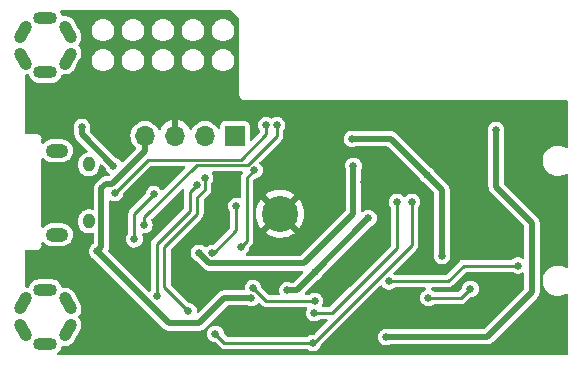
<source format=gtl>
G04 #@! TF.GenerationSoftware,KiCad,Pcbnew,(6.0.0-rc1-387-g70841c6393)*
G04 #@! TF.CreationDate,2022-03-02T22:10:33+08:00*
G04 #@! TF.ProjectId,uw-rs485_hat,75772d72-7334-4383-955f-6861742e6b69,rev?*
G04 #@! TF.SameCoordinates,Original*
G04 #@! TF.FileFunction,Copper,L1,Top*
G04 #@! TF.FilePolarity,Positive*
%FSLAX46Y46*%
G04 Gerber Fmt 4.6, Leading zero omitted, Abs format (unit mm)*
G04 Created by KiCad (PCBNEW (6.0.0-rc1-387-g70841c6393)) date 2022-03-02 22:10:33*
%MOMM*%
%LPD*%
G01*
G04 APERTURE LIST*
G04 Aperture macros list*
%AMHorizOval*
0 Thick line with rounded ends*
0 $1 width*
0 $2 $3 position (X,Y) of the first rounded end (center of the circle)*
0 $4 $5 position (X,Y) of the second rounded end (center of the circle)*
0 Add line between two ends*
20,1,$1,$2,$3,$4,$5,0*
0 Add two circle primitives to create the rounded ends*
1,1,$1,$2,$3*
1,1,$1,$4,$5*%
G04 Aperture macros list end*
G04 #@! TA.AperFunction,ComponentPad*
%ADD10R,1.700000X1.700000*%
G04 #@! TD*
G04 #@! TA.AperFunction,ComponentPad*
%ADD11O,1.700000X1.700000*%
G04 #@! TD*
G04 #@! TA.AperFunction,SMDPad,CuDef*
%ADD12HorizOval,1.016000X0.254000X0.439941X-0.254000X-0.439941X0*%
G04 #@! TD*
G04 #@! TA.AperFunction,SMDPad,CuDef*
%ADD13O,2.032000X1.016000*%
G04 #@! TD*
G04 #@! TA.AperFunction,SMDPad,CuDef*
%ADD14HorizOval,1.016000X-0.254000X-0.439941X0.254000X0.439941X0*%
G04 #@! TD*
G04 #@! TA.AperFunction,SMDPad,CuDef*
%ADD15HorizOval,1.016000X-0.254000X0.439941X0.254000X-0.439941X0*%
G04 #@! TD*
G04 #@! TA.AperFunction,SMDPad,CuDef*
%ADD16HorizOval,1.016000X0.254000X-0.439941X-0.254000X0.439941X0*%
G04 #@! TD*
G04 #@! TA.AperFunction,ComponentPad*
%ADD17O,1.016000X1.270000*%
G04 #@! TD*
G04 #@! TA.AperFunction,ComponentPad*
%ADD18O,1.905000X1.193800*%
G04 #@! TD*
G04 #@! TA.AperFunction,ComponentPad*
%ADD19C,0.609600*%
G04 #@! TD*
G04 #@! TA.AperFunction,SMDPad,CuDef*
%ADD20C,3.048000*%
G04 #@! TD*
G04 #@! TA.AperFunction,ViaPad*
%ADD21C,0.635000*%
G04 #@! TD*
G04 #@! TA.AperFunction,Conductor*
%ADD22C,0.254000*%
G04 #@! TD*
G04 #@! TA.AperFunction,Conductor*
%ADD23C,0.508000*%
G04 #@! TD*
G04 APERTURE END LIST*
D10*
G04 #@! TO.P,J4,1,Pin_1*
G04 #@! TO.N,/RXDA*
X44958000Y-132969000D03*
D11*
G04 #@! TO.P,J4,2,Pin_2*
G04 #@! TO.N,/TXDA*
X42418000Y-132969000D03*
G04 #@! TO.P,J4,3,Pin_3*
G04 #@! TO.N,GND*
X39878000Y-132969000D03*
G04 #@! TO.P,J4,4,Pin_4*
G04 #@! TO.N,+3.3V*
X37338000Y-132969000D03*
G04 #@! TD*
D12*
G04 #@! TO.P,MH1,*
G04 #@! TO.N,*
X30810200Y-126441200D03*
D13*
X28905200Y-123012200D03*
D14*
X27000200Y-124155200D03*
D13*
X28905200Y-127584200D03*
D15*
X30810200Y-124155200D03*
D16*
X27000200Y-126441200D03*
G04 #@! TD*
D15*
G04 #@! TO.P,MH2,*
G04 #@! TO.N,*
X30810200Y-147155200D03*
D12*
X30810200Y-149441200D03*
D16*
X27000200Y-149441200D03*
D13*
X28905200Y-146012200D03*
X28905200Y-150584200D03*
D14*
X27000200Y-147155200D03*
G04 #@! TD*
D17*
G04 #@! TO.P,J1,6,CH*
G04 #@! TO.N,Net-(J1-Pad6)*
X32581850Y-135382000D03*
D18*
X29914850Y-134239000D03*
X29914850Y-141351000D03*
D17*
X32581850Y-140208000D03*
G04 #@! TD*
D19*
G04 #@! TO.P,U1,29,GND*
G04 #@! TO.N,GND*
X49657000Y-139573000D03*
X48768000Y-138684000D03*
X48768000Y-140462000D03*
X47879000Y-139573000D03*
D20*
X48768000Y-139573000D03*
G04 #@! TD*
D21*
G04 #@! TO.N,GND*
X40894000Y-143383000D03*
X41783000Y-141605000D03*
X48387000Y-145542000D03*
X45212000Y-149352000D03*
X36068000Y-147828000D03*
X36068000Y-149098000D03*
X37465000Y-150368000D03*
X36576000Y-142748000D03*
X36576000Y-144018000D03*
X33020000Y-146558000D03*
X61214000Y-138303000D03*
X55880000Y-136906000D03*
G04 #@! TO.N,Net-(D3-Pad3)*
X67056000Y-132461000D03*
X57785000Y-149987000D03*
G04 #@! TO.N,+3.3V*
X46355000Y-146685000D03*
X33274000Y-142748000D03*
X56261000Y-139954000D03*
X62484000Y-143129000D03*
X54864000Y-133223000D03*
X61214000Y-136271000D03*
X49403000Y-146050000D03*
G04 #@! TO.N,GND*
X29845000Y-129794000D03*
X35560000Y-134112000D03*
G04 #@! TO.N,Net-(C1-Pad2)*
X32004000Y-132207000D03*
X34671000Y-135509000D03*
G04 #@! TO.N,GND*
X37592000Y-129413000D03*
X43688000Y-129921000D03*
X51689000Y-131445000D03*
X54229000Y-131318000D03*
X64389000Y-130937000D03*
G04 #@! TO.N,+5V*
X54991000Y-135509000D03*
X41910000Y-142875000D03*
G04 #@! TO.N,/RXD*
X51702140Y-146952140D03*
X46492718Y-145858695D03*
G04 #@! TO.N,/TXD*
X43307000Y-149733000D03*
X51562000Y-150495000D03*
X59944000Y-138557000D03*
G04 #@! TO.N,/TXEN*
X58674000Y-138557000D03*
X51689000Y-147955000D03*
G04 #@! TO.N,/B*
X68897500Y-143954500D03*
X58018680Y-145288000D03*
G04 #@! TO.N,/A*
X64897000Y-145923000D03*
X61341000Y-146685000D03*
G04 #@! TO.N,+3.3V*
X51701200Y-144526000D03*
G04 #@! TO.N,/TXDR*
X38354000Y-146558000D03*
X41725350Y-137140623D03*
G04 #@! TO.N,/TXDA*
X41021000Y-147828000D03*
X42418000Y-136525000D03*
G04 #@! TO.N,/RXDA*
X46609000Y-135890000D03*
X45466000Y-142367000D03*
G04 #@! TO.N,/TXDU*
X43053000Y-142875000D03*
X45085000Y-138925800D03*
G04 #@! TO.N,Net-(D1-Pad4)*
X48514000Y-132080000D03*
X37287200Y-140512800D03*
G04 #@! TO.N,Net-(D1-Pad6)*
X47625000Y-132080000D03*
X34798000Y-137795000D03*
G04 #@! TO.N,Net-(C1-Pad1)*
X38100000Y-137922000D03*
X36449000Y-141732000D03*
G04 #@! TD*
D22*
G04 #@! TO.N,/TXDA*
X41783000Y-139573000D02*
X38989000Y-142367000D01*
X38989000Y-145796000D02*
X41021000Y-147828000D01*
X42418000Y-137541000D02*
X41783000Y-138176000D01*
X38989000Y-142367000D02*
X38989000Y-145796000D01*
X42418000Y-136525000D02*
X42418000Y-137541000D01*
X41783000Y-138176000D02*
X41783000Y-139573000D01*
G04 #@! TO.N,/TXDR*
X38354000Y-142113000D02*
X38354000Y-146558000D01*
X41148000Y-139319000D02*
X38354000Y-142113000D01*
X41148000Y-137717973D02*
X41148000Y-139319000D01*
X41725350Y-137140623D02*
X41148000Y-137717973D01*
D23*
G04 #@! TO.N,+5V*
X54991000Y-139573000D02*
X54991000Y-135509000D01*
X50800000Y-143764000D02*
X54991000Y-139573000D01*
X42799000Y-143764000D02*
X50800000Y-143764000D01*
X41910000Y-142875000D02*
X42799000Y-143764000D01*
D22*
G04 #@! TO.N,/RXD*
X47586163Y-146952140D02*
X51702140Y-146952140D01*
X46492718Y-145858695D02*
X47586163Y-146952140D01*
D23*
G04 #@! TO.N,Net-(D3-Pad3)*
X67056000Y-137287000D02*
X67056000Y-132461000D01*
X70104000Y-146177000D02*
X70104000Y-140335000D01*
X66294000Y-149987000D02*
X70104000Y-146177000D01*
X57785000Y-149987000D02*
X66294000Y-149987000D01*
X70104000Y-140335000D02*
X67056000Y-137287000D01*
G04 #@! TO.N,+3.3V*
X39370000Y-148844000D02*
X33274000Y-142748000D01*
X41910000Y-148844000D02*
X39370000Y-148844000D01*
X44069000Y-146685000D02*
X41910000Y-148844000D01*
X46355000Y-146685000D02*
X44069000Y-146685000D01*
X33655000Y-142367000D02*
X33274000Y-142748000D01*
X33655000Y-137414000D02*
X33655000Y-142367000D01*
X34544000Y-137033000D02*
X34036000Y-137033000D01*
X34036000Y-137033000D02*
X33655000Y-137414000D01*
X37338000Y-134239000D02*
X34544000Y-137033000D01*
X37338000Y-132842000D02*
X37338000Y-134239000D01*
D22*
G04 #@! TO.N,Net-(C1-Pad1)*
X36449000Y-139573000D02*
X38100000Y-137922000D01*
X36449000Y-141732000D02*
X36449000Y-139573000D01*
G04 #@! TO.N,Net-(D1-Pad6)*
X45466000Y-135001000D02*
X47625000Y-132842000D01*
X34798000Y-137795000D02*
X37592000Y-135001000D01*
X37592000Y-135001000D02*
X45466000Y-135001000D01*
X47625000Y-132842000D02*
X47625000Y-132080000D01*
D23*
G04 #@! TO.N,+3.3V*
X56261000Y-139966200D02*
X56261000Y-139954000D01*
X51377600Y-144849600D02*
X51701200Y-144526000D01*
X50177200Y-146050000D02*
X51377600Y-144849600D01*
X51377600Y-144849600D02*
X56261000Y-139966200D01*
X62484000Y-137541000D02*
X61214000Y-136271000D01*
X62484000Y-143129000D02*
X62484000Y-137541000D01*
X58166000Y-133223000D02*
X54864000Y-133223000D01*
X61214000Y-136271000D02*
X58166000Y-133223000D01*
X49403000Y-146050000D02*
X50177200Y-146050000D01*
G04 #@! TO.N,Net-(C1-Pad2)*
X32004000Y-132842000D02*
X34671000Y-135509000D01*
X32004000Y-132207000D02*
X32004000Y-132842000D01*
D22*
G04 #@! TO.N,/TXD*
X44069000Y-150495000D02*
X51562000Y-150495000D01*
X43307000Y-149733000D02*
X44069000Y-150495000D01*
X51689000Y-150495000D02*
X51562000Y-150495000D01*
X57785000Y-144399000D02*
X51689000Y-150495000D01*
X59944000Y-142240000D02*
X57785000Y-144399000D01*
X59944000Y-138557000D02*
X59944000Y-142240000D01*
G04 #@! TO.N,/TXEN*
X53213000Y-147955000D02*
X51689000Y-147955000D01*
X56642000Y-144526000D02*
X53213000Y-147955000D01*
X58674000Y-138557000D02*
X58674000Y-142494000D01*
X58674000Y-142494000D02*
X56642000Y-144526000D01*
G04 #@! TO.N,/B*
X64325500Y-143954500D02*
X68897500Y-143954500D01*
X62992000Y-145288000D02*
X64325500Y-143954500D01*
X58018680Y-145288000D02*
X62992000Y-145288000D01*
G04 #@! TO.N,/A*
X64135000Y-146685000D02*
X64897000Y-145923000D01*
X61341000Y-146685000D02*
X64135000Y-146685000D01*
G04 #@! TO.N,/TXDU*
X43180000Y-142875000D02*
X45085000Y-140970000D01*
X43053000Y-142875000D02*
X43180000Y-142875000D01*
X45085000Y-140970000D02*
X45085000Y-138925800D01*
G04 #@! TO.N,Net-(D1-Pad4)*
X46025280Y-135457720D02*
X48514000Y-132969000D01*
X41707280Y-135457720D02*
X46025280Y-135457720D01*
X37287200Y-139877800D02*
X41707280Y-135457720D01*
X48514000Y-132969000D02*
X48514000Y-132080000D01*
X37287200Y-140512800D02*
X37287200Y-139877800D01*
G04 #@! TO.N,/RXDA*
X45974000Y-136525000D02*
X46609000Y-135890000D01*
X45974000Y-139446000D02*
X45974000Y-136525000D01*
X45974000Y-141859000D02*
X45974000Y-139446000D01*
X45466000Y-142367000D02*
X45974000Y-141859000D01*
G04 #@! TD*
G04 #@! TA.AperFunction,Conductor*
G04 #@! TO.N,GND*
G36*
X44562116Y-122321002D02*
G01*
X44583090Y-122337905D01*
X45302095Y-123056910D01*
X45336121Y-123119222D01*
X45339000Y-123146005D01*
X45339000Y-129517786D01*
X45338530Y-129528656D01*
X45334923Y-129570306D01*
X45337434Y-129580413D01*
X45337434Y-129580419D01*
X45345409Y-129612525D01*
X45347415Y-129622208D01*
X45354558Y-129665119D01*
X45359503Y-129674284D01*
X45361066Y-129678848D01*
X45362989Y-129683292D01*
X45365501Y-129693406D01*
X45371152Y-129702158D01*
X45389093Y-129729944D01*
X45394128Y-129738457D01*
X45414788Y-129776746D01*
X45422431Y-129783811D01*
X45425395Y-129787632D01*
X45428657Y-129791216D01*
X45434304Y-129799963D01*
X45468481Y-129826906D01*
X45475983Y-129833314D01*
X45507930Y-129862846D01*
X45517456Y-129867057D01*
X45521484Y-129869703D01*
X45525732Y-129872039D01*
X45533914Y-129878489D01*
X45543741Y-129881940D01*
X45574954Y-129892901D01*
X45584153Y-129896544D01*
X45623939Y-129914133D01*
X45634315Y-129915032D01*
X45641978Y-129916999D01*
X45646104Y-129917887D01*
X45653589Y-129920516D01*
X45659177Y-129921000D01*
X45697786Y-129921000D01*
X45708656Y-129921470D01*
X45750306Y-129925077D01*
X45760415Y-129922566D01*
X45770796Y-129921749D01*
X45770846Y-129922381D01*
X45782134Y-129921000D01*
X73026000Y-129921000D01*
X73094121Y-129941002D01*
X73140614Y-129994658D01*
X73152000Y-130047000D01*
X73152000Y-133918935D01*
X73131998Y-133987056D01*
X73078342Y-134033549D01*
X73008068Y-134043653D01*
X72959047Y-134025673D01*
X72849582Y-133957006D01*
X72675935Y-133887201D01*
X72644191Y-133874440D01*
X72644189Y-133874439D01*
X72638989Y-133872349D01*
X72633501Y-133871212D01*
X72633496Y-133871211D01*
X72466962Y-133836724D01*
X72416733Y-133826322D01*
X72412120Y-133826056D01*
X72360944Y-133823105D01*
X72360942Y-133823105D01*
X72359122Y-133823000D01*
X72212420Y-133823000D01*
X72209633Y-133823249D01*
X72209627Y-133823249D01*
X72148271Y-133828725D01*
X72043927Y-133838038D01*
X71922665Y-133871211D01*
X71830415Y-133896447D01*
X71830411Y-133896448D01*
X71824999Y-133897929D01*
X71819933Y-133900345D01*
X71819934Y-133900345D01*
X71625194Y-133993231D01*
X71625190Y-133993233D01*
X71620138Y-133995643D01*
X71549926Y-134046096D01*
X71457770Y-134112317D01*
X71435818Y-134128091D01*
X71431913Y-134132121D01*
X71284743Y-134283988D01*
X71277865Y-134291085D01*
X71151273Y-134479474D01*
X71060042Y-134687304D01*
X71058734Y-134692752D01*
X71058732Y-134692758D01*
X71012461Y-134885492D01*
X71007056Y-134908005D01*
X71005947Y-134927246D01*
X70995986Y-135100007D01*
X70993991Y-135134600D01*
X71021259Y-135359928D01*
X71087998Y-135576866D01*
X71090568Y-135581846D01*
X71090570Y-135581850D01*
X71164246Y-135724595D01*
X71192098Y-135778557D01*
X71330270Y-135958626D01*
X71334415Y-135962397D01*
X71334418Y-135962401D01*
X71442677Y-136060909D01*
X71498145Y-136111381D01*
X71502901Y-136114364D01*
X71502903Y-136114366D01*
X71581368Y-136163587D01*
X71690418Y-136231994D01*
X71901011Y-136316651D01*
X71906499Y-136317788D01*
X71906504Y-136317789D01*
X72069102Y-136351461D01*
X72123267Y-136362678D01*
X72127880Y-136362944D01*
X72179056Y-136365895D01*
X72179058Y-136365895D01*
X72180878Y-136366000D01*
X72327580Y-136366000D01*
X72330367Y-136365751D01*
X72330373Y-136365751D01*
X72391729Y-136360275D01*
X72496073Y-136350962D01*
X72629138Y-136314560D01*
X72709585Y-136292553D01*
X72709589Y-136292552D01*
X72715001Y-136291071D01*
X72793640Y-136253562D01*
X72914806Y-136195769D01*
X72914810Y-136195767D01*
X72919862Y-136193357D01*
X72952476Y-136169921D01*
X73019466Y-136146415D01*
X73088532Y-136162857D01*
X73137745Y-136214029D01*
X73152000Y-136272245D01*
X73152000Y-144078935D01*
X73131998Y-144147056D01*
X73078342Y-144193549D01*
X73008068Y-144203653D01*
X72959047Y-144185673D01*
X72849582Y-144117006D01*
X72638989Y-144032349D01*
X72633501Y-144031212D01*
X72633496Y-144031211D01*
X72466962Y-143996724D01*
X72416733Y-143986322D01*
X72412120Y-143986056D01*
X72360944Y-143983105D01*
X72360942Y-143983105D01*
X72359122Y-143983000D01*
X72212420Y-143983000D01*
X72209633Y-143983249D01*
X72209627Y-143983249D01*
X72148271Y-143988725D01*
X72043927Y-143998038D01*
X71922665Y-144031211D01*
X71830415Y-144056447D01*
X71830411Y-144056448D01*
X71824999Y-144057929D01*
X71819933Y-144060345D01*
X71819934Y-144060345D01*
X71625194Y-144153231D01*
X71625190Y-144153233D01*
X71620138Y-144155643D01*
X71435818Y-144288091D01*
X71366551Y-144359569D01*
X71299742Y-144428510D01*
X71277865Y-144451085D01*
X71207408Y-144555936D01*
X71156871Y-144631144D01*
X71151273Y-144639474D01*
X71149014Y-144644620D01*
X71149013Y-144644622D01*
X71145722Y-144652119D01*
X71060042Y-144847304D01*
X71058734Y-144852752D01*
X71058732Y-144852758D01*
X71022756Y-145002611D01*
X71007056Y-145068005D01*
X71003902Y-145122700D01*
X70994527Y-145285312D01*
X70993991Y-145294600D01*
X71021259Y-145519928D01*
X71087998Y-145736866D01*
X71090568Y-145741846D01*
X71090570Y-145741850D01*
X71189527Y-145933576D01*
X71192098Y-145938557D01*
X71330270Y-146118626D01*
X71334415Y-146122397D01*
X71334418Y-146122401D01*
X71460288Y-146236934D01*
X71498145Y-146271381D01*
X71502901Y-146274364D01*
X71502903Y-146274366D01*
X71591467Y-146329922D01*
X71690418Y-146391994D01*
X71815552Y-146442297D01*
X71851849Y-146456888D01*
X71901011Y-146476651D01*
X71906499Y-146477788D01*
X71906504Y-146477789D01*
X72069102Y-146511461D01*
X72123267Y-146522678D01*
X72127880Y-146522944D01*
X72179056Y-146525895D01*
X72179058Y-146525895D01*
X72180878Y-146526000D01*
X72327580Y-146526000D01*
X72330367Y-146525751D01*
X72330373Y-146525751D01*
X72391729Y-146520275D01*
X72496073Y-146510962D01*
X72629138Y-146474560D01*
X72709585Y-146452553D01*
X72709589Y-146452552D01*
X72715001Y-146451071D01*
X72835812Y-146393447D01*
X72914806Y-146355769D01*
X72914810Y-146355767D01*
X72919862Y-146353357D01*
X72952476Y-146329921D01*
X73019466Y-146306415D01*
X73088532Y-146322857D01*
X73137745Y-146374029D01*
X73152000Y-146432245D01*
X73152000Y-151385000D01*
X73131998Y-151453121D01*
X73078342Y-151499614D01*
X73026000Y-151511000D01*
X30041463Y-151511000D01*
X29973342Y-151490998D01*
X29926849Y-151437342D01*
X29916745Y-151367068D01*
X29946239Y-151302488D01*
X29957153Y-151291364D01*
X30072962Y-151187090D01*
X30072970Y-151187081D01*
X30077869Y-151182670D01*
X30085657Y-151171951D01*
X30183892Y-151036742D01*
X30183893Y-151036741D01*
X30187773Y-151031400D01*
X30191290Y-151023502D01*
X30261142Y-150866611D01*
X30263825Y-150860585D01*
X30265197Y-150854132D01*
X30267239Y-150847846D01*
X30269551Y-150848597D01*
X30298047Y-150795829D01*
X30360201Y-150761515D01*
X30400726Y-150759200D01*
X30549635Y-150774851D01*
X30556200Y-150775541D01*
X30562765Y-150774851D01*
X30735592Y-150756686D01*
X30735593Y-150756686D01*
X30742156Y-150755996D01*
X30820909Y-150730408D01*
X30913701Y-150700258D01*
X30913700Y-150700258D01*
X30919986Y-150698216D01*
X30941871Y-150685581D01*
X31059871Y-150617453D01*
X31081915Y-150604726D01*
X31112618Y-150577081D01*
X31215966Y-150484026D01*
X31215967Y-150484024D01*
X31220869Y-150479611D01*
X31303220Y-150366265D01*
X31304867Y-150363412D01*
X31304873Y-150363403D01*
X31856187Y-149408498D01*
X31857840Y-149405635D01*
X31860118Y-149400520D01*
X31912140Y-149283675D01*
X31912140Y-149283674D01*
X31914825Y-149277644D01*
X31953700Y-149094750D01*
X31953700Y-148907769D01*
X31914825Y-148724874D01*
X31891289Y-148672012D01*
X31841458Y-148560089D01*
X31841457Y-148560087D01*
X31838773Y-148554059D01*
X31794912Y-148493689D01*
X31732752Y-148408133D01*
X31732750Y-148408131D01*
X31728869Y-148402789D01*
X31716703Y-148391835D01*
X31679465Y-148331392D01*
X31680815Y-148260409D01*
X31716703Y-148204566D01*
X31728869Y-148193611D01*
X31838773Y-148042341D01*
X31877582Y-147955176D01*
X31912140Y-147877557D01*
X31912140Y-147877555D01*
X31914825Y-147871526D01*
X31953700Y-147688631D01*
X31953700Y-147501650D01*
X31945701Y-147464014D01*
X31928165Y-147381518D01*
X31914825Y-147318756D01*
X31885927Y-147253849D01*
X31859183Y-147193781D01*
X31859181Y-147193778D01*
X31857840Y-147190765D01*
X31770533Y-147039544D01*
X31304873Y-146232997D01*
X31304867Y-146232988D01*
X31303220Y-146230135D01*
X31220869Y-146116789D01*
X31210682Y-146107616D01*
X31086823Y-145996093D01*
X31086822Y-145996092D01*
X31081915Y-145991674D01*
X30995576Y-145941826D01*
X30925709Y-145901488D01*
X30925708Y-145901487D01*
X30919986Y-145898184D01*
X30833730Y-145870158D01*
X30748435Y-145842444D01*
X30748434Y-145842444D01*
X30742156Y-145840404D01*
X30735593Y-145839714D01*
X30735592Y-145839714D01*
X30562765Y-145821549D01*
X30556200Y-145820859D01*
X30549635Y-145821549D01*
X30400726Y-145837200D01*
X30330887Y-145824428D01*
X30279041Y-145775926D01*
X30268254Y-145748224D01*
X30267239Y-145748554D01*
X30265197Y-145742268D01*
X30263825Y-145735815D01*
X30251230Y-145707526D01*
X30190458Y-145571030D01*
X30190457Y-145571028D01*
X30187773Y-145565000D01*
X30169302Y-145539576D01*
X30081748Y-145419069D01*
X30077869Y-145413730D01*
X30062459Y-145399854D01*
X29943823Y-145293034D01*
X29943822Y-145293033D01*
X29938915Y-145288615D01*
X29794394Y-145205176D01*
X29782708Y-145198429D01*
X29782707Y-145198428D01*
X29776985Y-145195125D01*
X29666502Y-145159227D01*
X29605435Y-145139385D01*
X29605434Y-145139385D01*
X29599156Y-145137345D01*
X29592593Y-145136655D01*
X29592592Y-145136655D01*
X29570003Y-145134281D01*
X29459820Y-145122700D01*
X28350580Y-145122700D01*
X28240397Y-145134281D01*
X28217808Y-145136655D01*
X28217807Y-145136655D01*
X28211244Y-145137345D01*
X28204966Y-145139385D01*
X28204965Y-145139385D01*
X28143898Y-145159227D01*
X28033415Y-145195125D01*
X28027693Y-145198428D01*
X28027692Y-145198429D01*
X28016006Y-145205176D01*
X27871485Y-145288615D01*
X27866578Y-145293033D01*
X27866577Y-145293034D01*
X27747942Y-145399854D01*
X27732531Y-145413730D01*
X27728652Y-145419069D01*
X27641099Y-145539576D01*
X27622627Y-145565000D01*
X27619943Y-145571028D01*
X27619942Y-145571030D01*
X27549260Y-145729784D01*
X27546575Y-145735815D01*
X27545203Y-145742271D01*
X27543161Y-145748555D01*
X27540847Y-145747803D01*
X27512361Y-145800563D01*
X27450210Y-145834882D01*
X27409675Y-145837200D01*
X27290830Y-145824709D01*
X27225173Y-145797696D01*
X27184543Y-145739474D01*
X27178000Y-145699399D01*
X27178000Y-142747000D01*
X27198002Y-142678879D01*
X27251658Y-142632386D01*
X27304000Y-142621000D01*
X28171786Y-142621000D01*
X28182656Y-142621470D01*
X28224306Y-142625077D01*
X28234413Y-142622566D01*
X28234419Y-142622566D01*
X28266525Y-142614591D01*
X28276208Y-142612585D01*
X28288607Y-142610521D01*
X28319119Y-142605442D01*
X28328284Y-142600497D01*
X28332848Y-142598934D01*
X28337292Y-142597011D01*
X28347406Y-142594499D01*
X28383949Y-142570904D01*
X28392457Y-142565872D01*
X28421584Y-142550156D01*
X28421586Y-142550155D01*
X28430746Y-142545212D01*
X28437811Y-142537569D01*
X28441632Y-142534605D01*
X28445216Y-142531343D01*
X28453963Y-142525696D01*
X28480906Y-142491519D01*
X28487314Y-142484017D01*
X28516846Y-142452070D01*
X28521057Y-142442544D01*
X28523703Y-142438516D01*
X28526039Y-142434268D01*
X28532489Y-142426086D01*
X28546902Y-142385044D01*
X28550544Y-142375846D01*
X28551793Y-142373022D01*
X28568133Y-142336061D01*
X28569032Y-142325685D01*
X28570999Y-142318022D01*
X28571887Y-142313896D01*
X28574516Y-142306411D01*
X28575000Y-142300823D01*
X28575000Y-142262214D01*
X28575470Y-142251342D01*
X28577216Y-142231183D01*
X28579077Y-142209694D01*
X28576566Y-142199585D01*
X28575749Y-142189204D01*
X28576381Y-142189154D01*
X28575000Y-142177866D01*
X28575000Y-142050807D01*
X28595002Y-141982686D01*
X28648658Y-141936193D01*
X28718932Y-141926089D01*
X28783512Y-141955583D01*
X28792548Y-141964234D01*
X28905867Y-142084065D01*
X28916646Y-142095464D01*
X28921876Y-142099126D01*
X28921877Y-142099127D01*
X28954957Y-142122290D01*
X29079466Y-142209472D01*
X29193607Y-142258865D01*
X29252673Y-142284425D01*
X29261886Y-142288412D01*
X29268134Y-142289717D01*
X29268133Y-142289717D01*
X29451707Y-142328068D01*
X29451711Y-142328068D01*
X29456452Y-142329059D01*
X29461287Y-142329312D01*
X29461292Y-142329313D01*
X29461306Y-142329313D01*
X29462959Y-142329400D01*
X30320126Y-142329400D01*
X30427551Y-142318488D01*
X30461850Y-142315004D01*
X30461851Y-142315004D01*
X30468199Y-142314359D01*
X30657871Y-142254920D01*
X30831716Y-142158556D01*
X30854541Y-142138993D01*
X30977782Y-142033363D01*
X30977784Y-142033361D01*
X30982634Y-142029204D01*
X31039740Y-141955583D01*
X31100544Y-141877196D01*
X31100546Y-141877193D01*
X31104460Y-141872147D01*
X31192216Y-141693802D01*
X31193823Y-141687632D01*
X31193825Y-141687627D01*
X31223373Y-141574187D01*
X31242319Y-141501453D01*
X31248001Y-141393042D01*
X31252388Y-141309341D01*
X31252388Y-141309336D01*
X31252722Y-141302959D01*
X31222999Y-141106427D01*
X31154365Y-140919886D01*
X31151007Y-140914470D01*
X31151005Y-140914466D01*
X31052987Y-140756378D01*
X31052984Y-140756374D01*
X31049624Y-140750955D01*
X30964156Y-140660575D01*
X30917443Y-140611177D01*
X30917442Y-140611176D01*
X30913054Y-140606536D01*
X30750234Y-140492528D01*
X30592908Y-140424447D01*
X30573670Y-140416122D01*
X30573669Y-140416122D01*
X30567814Y-140413588D01*
X30513169Y-140402172D01*
X30377993Y-140373932D01*
X30377989Y-140373932D01*
X30373248Y-140372941D01*
X30368413Y-140372688D01*
X30368408Y-140372687D01*
X30368394Y-140372687D01*
X30366741Y-140372600D01*
X29509574Y-140372600D01*
X29435784Y-140380095D01*
X29367850Y-140386996D01*
X29367849Y-140386996D01*
X29361501Y-140387641D01*
X29171829Y-140447080D01*
X28997984Y-140543444D01*
X28993136Y-140547600D01*
X28993135Y-140547600D01*
X28861325Y-140660575D01*
X28847066Y-140672796D01*
X28801054Y-140732115D01*
X28800559Y-140732753D01*
X28743003Y-140774319D01*
X28672111Y-140778169D01*
X28610391Y-140743081D01*
X28577439Y-140680195D01*
X28575000Y-140655526D01*
X28575000Y-134938807D01*
X28595002Y-134870686D01*
X28648658Y-134824193D01*
X28718932Y-134814089D01*
X28783512Y-134843583D01*
X28792548Y-134852234D01*
X28871624Y-134935854D01*
X28916646Y-134983464D01*
X29079466Y-135097472D01*
X29261886Y-135176412D01*
X29268134Y-135177717D01*
X29268133Y-135177717D01*
X29451707Y-135216068D01*
X29451711Y-135216068D01*
X29456452Y-135217059D01*
X29461287Y-135217312D01*
X29461292Y-135217313D01*
X29461306Y-135217313D01*
X29462959Y-135217400D01*
X30320126Y-135217400D01*
X30441107Y-135205111D01*
X30461850Y-135203004D01*
X30461851Y-135203004D01*
X30468199Y-135202359D01*
X30657871Y-135142920D01*
X30831716Y-135046556D01*
X30910742Y-134978823D01*
X30977782Y-134921363D01*
X30977784Y-134921361D01*
X30982634Y-134917204D01*
X31104460Y-134760147D01*
X31192216Y-134581802D01*
X31193823Y-134575632D01*
X31193825Y-134575627D01*
X31232345Y-134427743D01*
X31242319Y-134389453D01*
X31249150Y-134259121D01*
X31252388Y-134197341D01*
X31252388Y-134197336D01*
X31252722Y-134190959D01*
X31222999Y-133994427D01*
X31154365Y-133807886D01*
X31151007Y-133802470D01*
X31151005Y-133802466D01*
X31052987Y-133644378D01*
X31052984Y-133644374D01*
X31049624Y-133638955D01*
X30969487Y-133554212D01*
X30917443Y-133499177D01*
X30917442Y-133499176D01*
X30913054Y-133494536D01*
X30898676Y-133484468D01*
X30818529Y-133428349D01*
X30750234Y-133380528D01*
X30567814Y-133301588D01*
X30490997Y-133285540D01*
X30377993Y-133261932D01*
X30377989Y-133261932D01*
X30373248Y-133260941D01*
X30368413Y-133260688D01*
X30368408Y-133260687D01*
X30368394Y-133260687D01*
X30366741Y-133260600D01*
X29509574Y-133260600D01*
X29475945Y-133264016D01*
X29367850Y-133274996D01*
X29367849Y-133274996D01*
X29361501Y-133275641D01*
X29171829Y-133335080D01*
X28997984Y-133431444D01*
X28993136Y-133435600D01*
X28993135Y-133435600D01*
X28854748Y-133554212D01*
X28847066Y-133560796D01*
X28814261Y-133603089D01*
X28800559Y-133620753D01*
X28743003Y-133662319D01*
X28672111Y-133666169D01*
X28610391Y-133631081D01*
X28577439Y-133568195D01*
X28575000Y-133543526D01*
X28575000Y-133245214D01*
X28575470Y-133234342D01*
X28577812Y-133207298D01*
X28579077Y-133192694D01*
X28576566Y-133182587D01*
X28576566Y-133182581D01*
X28568591Y-133150475D01*
X28566585Y-133140792D01*
X28563531Y-133122445D01*
X28559442Y-133097881D01*
X28554497Y-133088716D01*
X28552934Y-133084152D01*
X28551011Y-133079708D01*
X28548499Y-133069594D01*
X28524904Y-133033051D01*
X28519872Y-133024543D01*
X28504156Y-132995416D01*
X28504155Y-132995414D01*
X28499212Y-132986254D01*
X28491569Y-132979189D01*
X28488605Y-132975368D01*
X28485343Y-132971784D01*
X28479696Y-132963037D01*
X28445519Y-132936094D01*
X28438017Y-132929686D01*
X28406070Y-132900154D01*
X28396544Y-132895943D01*
X28392516Y-132893297D01*
X28388268Y-132890961D01*
X28380086Y-132884511D01*
X28339044Y-132870098D01*
X28329846Y-132866456D01*
X28299586Y-132853078D01*
X28290061Y-132848867D01*
X28279685Y-132847968D01*
X28272022Y-132846001D01*
X28267896Y-132845113D01*
X28260411Y-132842484D01*
X28254823Y-132842000D01*
X28216214Y-132842000D01*
X28205344Y-132841530D01*
X28163694Y-132837923D01*
X28153585Y-132840434D01*
X28143204Y-132841251D01*
X28143154Y-132840619D01*
X28131866Y-132842000D01*
X27304000Y-132842000D01*
X27235879Y-132821998D01*
X27189386Y-132768342D01*
X27178000Y-132716000D01*
X27178000Y-132199626D01*
X31299905Y-132199626D01*
X31318470Y-132367790D01*
X31321080Y-132374922D01*
X31360826Y-132483533D01*
X31368500Y-132526834D01*
X31368500Y-132762980D01*
X31367970Y-132774214D01*
X31366292Y-132781719D01*
X31368201Y-132842484D01*
X31368438Y-132850012D01*
X31368500Y-132853969D01*
X31368500Y-132881983D01*
X31368996Y-132885908D01*
X31368996Y-132885909D01*
X31369008Y-132886004D01*
X31369941Y-132897849D01*
X31371335Y-132942205D01*
X31373547Y-132949817D01*
X31377013Y-132961748D01*
X31381023Y-132981112D01*
X31381673Y-132986254D01*
X31383573Y-133001299D01*
X31386489Y-133008663D01*
X31386490Y-133008668D01*
X31399907Y-133042556D01*
X31403752Y-133053785D01*
X31408345Y-133069594D01*
X31416131Y-133096393D01*
X31420169Y-133103220D01*
X31420170Y-133103223D01*
X31426488Y-133113906D01*
X31435188Y-133131664D01*
X31439761Y-133143215D01*
X31439765Y-133143221D01*
X31442681Y-133150588D01*
X31447339Y-133156999D01*
X31447340Y-133157001D01*
X31468764Y-133186488D01*
X31475281Y-133196410D01*
X31493826Y-133227768D01*
X31493829Y-133227772D01*
X31497866Y-133234598D01*
X31512250Y-133248982D01*
X31525091Y-133264016D01*
X31537058Y-133280487D01*
X31543166Y-133285540D01*
X31571255Y-133308777D01*
X31580035Y-133316767D01*
X32440061Y-134176793D01*
X32474087Y-134239105D01*
X32469022Y-134309920D01*
X32426475Y-134366756D01*
X32377163Y-134389135D01*
X32349954Y-134394919D01*
X32305465Y-134404375D01*
X32299436Y-134407060D01*
X32299434Y-134407060D01*
X32140680Y-134477742D01*
X32140678Y-134477743D01*
X32134650Y-134480427D01*
X32129309Y-134484307D01*
X32129308Y-134484308D01*
X32118033Y-134492500D01*
X31983380Y-134590331D01*
X31858265Y-134729285D01*
X31854962Y-134735006D01*
X31787281Y-134852234D01*
X31764775Y-134891215D01*
X31740711Y-134965278D01*
X31736310Y-134978823D01*
X31706995Y-135069044D01*
X31692350Y-135208380D01*
X31692350Y-135555620D01*
X31698061Y-135609953D01*
X31705100Y-135676922D01*
X31706995Y-135694956D01*
X31709035Y-135701234D01*
X31709035Y-135701235D01*
X31714486Y-135718012D01*
X31764775Y-135872785D01*
X31768078Y-135878507D01*
X31768079Y-135878508D01*
X31820380Y-135969096D01*
X31858265Y-136034715D01*
X31862683Y-136039622D01*
X31862684Y-136039623D01*
X31927296Y-136111381D01*
X31983380Y-136173669D01*
X31988719Y-136177548D01*
X32078739Y-136242951D01*
X32134650Y-136283573D01*
X32140678Y-136286257D01*
X32140680Y-136286258D01*
X32287128Y-136351461D01*
X32305465Y-136359625D01*
X32376859Y-136374800D01*
X32481903Y-136397128D01*
X32481907Y-136397128D01*
X32488360Y-136398500D01*
X32675340Y-136398500D01*
X32681793Y-136397128D01*
X32681797Y-136397128D01*
X32786841Y-136374800D01*
X32858235Y-136359625D01*
X32876572Y-136351461D01*
X33023020Y-136286258D01*
X33023022Y-136286257D01*
X33029050Y-136283573D01*
X33084962Y-136242951D01*
X33174981Y-136177548D01*
X33180320Y-136173669D01*
X33236405Y-136111381D01*
X33301016Y-136039623D01*
X33301017Y-136039622D01*
X33305435Y-136034715D01*
X33343320Y-135969096D01*
X33395621Y-135878508D01*
X33395622Y-135878507D01*
X33398925Y-135872785D01*
X33449214Y-135718012D01*
X33454665Y-135701235D01*
X33454665Y-135701234D01*
X33456705Y-135694956D01*
X33458601Y-135676922D01*
X33465639Y-135609953D01*
X33471350Y-135555620D01*
X33471350Y-135512273D01*
X33491352Y-135444152D01*
X33545008Y-135397659D01*
X33615282Y-135387555D01*
X33679862Y-135417049D01*
X33686445Y-135423178D01*
X33996049Y-135732782D01*
X34025280Y-135778575D01*
X34043612Y-135828670D01*
X34047848Y-135834973D01*
X34047848Y-135834974D01*
X34133740Y-135962796D01*
X34133743Y-135962799D01*
X34137974Y-135969096D01*
X34263108Y-136082959D01*
X34315455Y-136111381D01*
X34330123Y-136119345D01*
X34380444Y-136169427D01*
X34395701Y-136238765D01*
X34371049Y-136305345D01*
X34359096Y-136319171D01*
X34317672Y-136360595D01*
X34255360Y-136394621D01*
X34228577Y-136397500D01*
X34115020Y-136397500D01*
X34103791Y-136396971D01*
X34096281Y-136395292D01*
X34088355Y-136395541D01*
X34088354Y-136395541D01*
X34028002Y-136397438D01*
X34024044Y-136397500D01*
X33996017Y-136397500D01*
X33991971Y-136398011D01*
X33980143Y-136398942D01*
X33935795Y-136400336D01*
X33928177Y-136402549D01*
X33928178Y-136402549D01*
X33916254Y-136406013D01*
X33896894Y-136410022D01*
X33884566Y-136411579D01*
X33884563Y-136411580D01*
X33876701Y-136412573D01*
X33869335Y-136415490D01*
X33869329Y-136415491D01*
X33835439Y-136428909D01*
X33824212Y-136432753D01*
X33781607Y-136445131D01*
X33774788Y-136449164D01*
X33774783Y-136449166D01*
X33764091Y-136455490D01*
X33746341Y-136464187D01*
X33727412Y-136471681D01*
X33720996Y-136476342D01*
X33720995Y-136476343D01*
X33691519Y-136497759D01*
X33681595Y-136504278D01*
X33650224Y-136522830D01*
X33650219Y-136522834D01*
X33643401Y-136526866D01*
X33629014Y-136541253D01*
X33613980Y-136554094D01*
X33597513Y-136566058D01*
X33592460Y-136572166D01*
X33569228Y-136600249D01*
X33561238Y-136609029D01*
X33261517Y-136908750D01*
X33253191Y-136916326D01*
X33246697Y-136920447D01*
X33204378Y-136965512D01*
X33199915Y-136970265D01*
X33197160Y-136973107D01*
X33177361Y-136992906D01*
X33174937Y-136996031D01*
X33174929Y-136996040D01*
X33174863Y-136996126D01*
X33167155Y-137005151D01*
X33136783Y-137037494D01*
X33132965Y-137044438D01*
X33132964Y-137044440D01*
X33126978Y-137055329D01*
X33116127Y-137071847D01*
X33103650Y-137087933D01*
X33086024Y-137128666D01*
X33080807Y-137139314D01*
X33074415Y-137150942D01*
X33059431Y-137178197D01*
X33057460Y-137185872D01*
X33057458Y-137185878D01*
X33054369Y-137197911D01*
X33047966Y-137216613D01*
X33039883Y-137235292D01*
X33035929Y-137260256D01*
X33032940Y-137279127D01*
X33030535Y-137290740D01*
X33019500Y-137333718D01*
X33019500Y-137354065D01*
X33017949Y-137373776D01*
X33014765Y-137393879D01*
X33015511Y-137401771D01*
X33018941Y-137438056D01*
X33019500Y-137449914D01*
X33019500Y-139110074D01*
X32999498Y-139178195D01*
X32945842Y-139224688D01*
X32875568Y-139234792D01*
X32860053Y-139231184D01*
X32858235Y-139230375D01*
X32851783Y-139229004D01*
X32851778Y-139229002D01*
X32681797Y-139192872D01*
X32681793Y-139192872D01*
X32675340Y-139191500D01*
X32488360Y-139191500D01*
X32481907Y-139192872D01*
X32481903Y-139192872D01*
X32407947Y-139208592D01*
X32305465Y-139230375D01*
X32299436Y-139233060D01*
X32299434Y-139233060D01*
X32140680Y-139303742D01*
X32140678Y-139303743D01*
X32134650Y-139306427D01*
X32129309Y-139310307D01*
X32129308Y-139310308D01*
X32039165Y-139375801D01*
X31983380Y-139416331D01*
X31978967Y-139421233D01*
X31978965Y-139421234D01*
X31862684Y-139550377D01*
X31858265Y-139555285D01*
X31854962Y-139561006D01*
X31784347Y-139683316D01*
X31764775Y-139717215D01*
X31762733Y-139723500D01*
X31709498Y-139887342D01*
X31706995Y-139895044D01*
X31692350Y-140034380D01*
X31692350Y-140381620D01*
X31706995Y-140520956D01*
X31709035Y-140527234D01*
X31709035Y-140527235D01*
X31737006Y-140613321D01*
X31764775Y-140698785D01*
X31768078Y-140704507D01*
X31768079Y-140704508D01*
X31830922Y-140813355D01*
X31858265Y-140860715D01*
X31862683Y-140865622D01*
X31862684Y-140865623D01*
X31978583Y-140994341D01*
X31983380Y-140999669D01*
X32134650Y-141109573D01*
X32140678Y-141112257D01*
X32140680Y-141112258D01*
X32292139Y-141179692D01*
X32305465Y-141185625D01*
X32396913Y-141205063D01*
X32481903Y-141223128D01*
X32481907Y-141223128D01*
X32488360Y-141224500D01*
X32675340Y-141224500D01*
X32681793Y-141223128D01*
X32681797Y-141223128D01*
X32851778Y-141186998D01*
X32851783Y-141186996D01*
X32858235Y-141185625D01*
X32858311Y-141185984D01*
X32925536Y-141184067D01*
X32986333Y-141220731D01*
X33017655Y-141284445D01*
X33019500Y-141305926D01*
X33019500Y-142015944D01*
X32999498Y-142084065D01*
X32951290Y-142127910D01*
X32929155Y-142139334D01*
X32885916Y-142161651D01*
X32878218Y-142165624D01*
X32872497Y-142170614D01*
X32872495Y-142170616D01*
X32775856Y-142254920D01*
X32750726Y-142276842D01*
X32746356Y-142283060D01*
X32664981Y-142398846D01*
X32653444Y-142415261D01*
X32650682Y-142422344D01*
X32650682Y-142422345D01*
X32648598Y-142427691D01*
X32591988Y-142572889D01*
X32589887Y-142588848D01*
X32574435Y-142706219D01*
X32569905Y-142740626D01*
X32588470Y-142908790D01*
X32591080Y-142915922D01*
X32641918Y-143054842D01*
X32646612Y-143067670D01*
X32650848Y-143073973D01*
X32650848Y-143073974D01*
X32736740Y-143201796D01*
X32736743Y-143201799D01*
X32740974Y-143208096D01*
X32795564Y-143257769D01*
X32836793Y-143295284D01*
X32866108Y-143321959D01*
X33014791Y-143402687D01*
X33016761Y-143403204D01*
X33056721Y-143429453D01*
X35972451Y-146345184D01*
X38864750Y-149237483D01*
X38872326Y-149245809D01*
X38876447Y-149252303D01*
X38897604Y-149272171D01*
X38926265Y-149299085D01*
X38929107Y-149301840D01*
X38948906Y-149321639D01*
X38952031Y-149324063D01*
X38952040Y-149324071D01*
X38952126Y-149324137D01*
X38961151Y-149331845D01*
X38993494Y-149362217D01*
X39000438Y-149366035D01*
X39000440Y-149366036D01*
X39011329Y-149372022D01*
X39027847Y-149382873D01*
X39043933Y-149395350D01*
X39084666Y-149412976D01*
X39095314Y-149418193D01*
X39106942Y-149424585D01*
X39134197Y-149439569D01*
X39141872Y-149441540D01*
X39141878Y-149441542D01*
X39153911Y-149444631D01*
X39172613Y-149451034D01*
X39191292Y-149459117D01*
X39224818Y-149464427D01*
X39235127Y-149466060D01*
X39246740Y-149468465D01*
X39289718Y-149479500D01*
X39310065Y-149479500D01*
X39329777Y-149481051D01*
X39349879Y-149484235D01*
X39357771Y-149483489D01*
X39394056Y-149480059D01*
X39405914Y-149479500D01*
X41830980Y-149479500D01*
X41842214Y-149480030D01*
X41849719Y-149481708D01*
X41918012Y-149479562D01*
X41921969Y-149479500D01*
X41949983Y-149479500D01*
X41953908Y-149479004D01*
X41953909Y-149479004D01*
X41954004Y-149478992D01*
X41965849Y-149478059D01*
X41995670Y-149477122D01*
X42002282Y-149476914D01*
X42002283Y-149476914D01*
X42010205Y-149476665D01*
X42029749Y-149470987D01*
X42049112Y-149466977D01*
X42061440Y-149465420D01*
X42061442Y-149465420D01*
X42069299Y-149464427D01*
X42076663Y-149461511D01*
X42076668Y-149461510D01*
X42110556Y-149448093D01*
X42121785Y-149444248D01*
X42138465Y-149439402D01*
X42164393Y-149431869D01*
X42171220Y-149427831D01*
X42171223Y-149427830D01*
X42181906Y-149421512D01*
X42199664Y-149412812D01*
X42211215Y-149408239D01*
X42211221Y-149408235D01*
X42218588Y-149405319D01*
X42225194Y-149400520D01*
X42254488Y-149379236D01*
X42264410Y-149372719D01*
X42295768Y-149354174D01*
X42295772Y-149354171D01*
X42302598Y-149350134D01*
X42316982Y-149335750D01*
X42332016Y-149322909D01*
X42342073Y-149315602D01*
X42348487Y-149310942D01*
X42376778Y-149276744D01*
X42384767Y-149267965D01*
X44295328Y-147357405D01*
X44357640Y-147323379D01*
X44384423Y-147320500D01*
X46028453Y-147320500D01*
X46081750Y-147334036D01*
X46082054Y-147333267D01*
X46088012Y-147335626D01*
X46088575Y-147335769D01*
X46095791Y-147339687D01*
X46259438Y-147382619D01*
X46347047Y-147383996D01*
X46421004Y-147385158D01*
X46421007Y-147385158D01*
X46428602Y-147385277D01*
X46486723Y-147371965D01*
X46586114Y-147349202D01*
X46586118Y-147349201D01*
X46593517Y-147347506D01*
X46744662Y-147271488D01*
X46750433Y-147266559D01*
X46750436Y-147266557D01*
X46867533Y-147166546D01*
X46873311Y-147161611D01*
X46877747Y-147155438D01*
X46881066Y-147151828D01*
X46941898Y-147115222D01*
X47012864Y-147117315D01*
X47062912Y-147148017D01*
X47176343Y-147261448D01*
X47183963Y-147270985D01*
X47184332Y-147270671D01*
X47190147Y-147277504D01*
X47194939Y-147285098D01*
X47235024Y-147320500D01*
X47235279Y-147320725D01*
X47240966Y-147326071D01*
X47252418Y-147337523D01*
X47256009Y-147340214D01*
X47256011Y-147340216D01*
X47260793Y-147343800D01*
X47268636Y-147350185D01*
X47304114Y-147381518D01*
X47312241Y-147385334D01*
X47314697Y-147386947D01*
X47329710Y-147395969D01*
X47332281Y-147397377D01*
X47339459Y-147402756D01*
X47347859Y-147405905D01*
X47347861Y-147405906D01*
X47383803Y-147419379D01*
X47393106Y-147423299D01*
X47435963Y-147443421D01*
X47444832Y-147444802D01*
X47447658Y-147445666D01*
X47464562Y-147450100D01*
X47467438Y-147450732D01*
X47475847Y-147453885D01*
X47484797Y-147454550D01*
X47523069Y-147457394D01*
X47533115Y-147458548D01*
X47541738Y-147459891D01*
X47541741Y-147459891D01*
X47546549Y-147460640D01*
X47562069Y-147460640D01*
X47571406Y-147460986D01*
X47621104Y-147464679D01*
X47629883Y-147462805D01*
X47638141Y-147462242D01*
X47653324Y-147460640D01*
X50947094Y-147460640D01*
X51015215Y-147480642D01*
X51061708Y-147534298D01*
X51071812Y-147604572D01*
X51064487Y-147632409D01*
X51040050Y-147695088D01*
X51006988Y-147779889D01*
X51005997Y-147787418D01*
X50994225Y-147876836D01*
X50984905Y-147947626D01*
X51003470Y-148115790D01*
X51006080Y-148122922D01*
X51031949Y-148193611D01*
X51061612Y-148274670D01*
X51065848Y-148280973D01*
X51065848Y-148280974D01*
X51151740Y-148408796D01*
X51151743Y-148408799D01*
X51155974Y-148415096D01*
X51281108Y-148528959D01*
X51429791Y-148609687D01*
X51593438Y-148652619D01*
X51681047Y-148653996D01*
X51755004Y-148655158D01*
X51755007Y-148655158D01*
X51762602Y-148655277D01*
X51820723Y-148641965D01*
X51920114Y-148619202D01*
X51920118Y-148619201D01*
X51927517Y-148617506D01*
X52078662Y-148541488D01*
X52134628Y-148493689D01*
X52199417Y-148464658D01*
X52216458Y-148463500D01*
X52697183Y-148463500D01*
X52765304Y-148483502D01*
X52811797Y-148537158D01*
X52821901Y-148607432D01*
X52792407Y-148672012D01*
X52786278Y-148678595D01*
X51705539Y-149759334D01*
X51643227Y-149793360D01*
X51615785Y-149796237D01*
X51528621Y-149795781D01*
X51481069Y-149795532D01*
X51473688Y-149797304D01*
X51323938Y-149833256D01*
X51323935Y-149833257D01*
X51316559Y-149835028D01*
X51166218Y-149912624D01*
X51160497Y-149917614D01*
X51160495Y-149917616D01*
X51117127Y-149955449D01*
X51052645Y-149985157D01*
X51034298Y-149986500D01*
X44331817Y-149986500D01*
X44263696Y-149966498D01*
X44242722Y-149949595D01*
X44039835Y-149746708D01*
X44005809Y-149684396D01*
X44003843Y-149672750D01*
X43991721Y-149572580D01*
X43990809Y-149565040D01*
X43931006Y-149406778D01*
X43900380Y-149362217D01*
X43839481Y-149273607D01*
X43839479Y-149273605D01*
X43835179Y-149267348D01*
X43829508Y-149262295D01*
X43714531Y-149159854D01*
X43714528Y-149159852D01*
X43708859Y-149154801D01*
X43559339Y-149075634D01*
X43548964Y-149073028D01*
X43402622Y-149036269D01*
X43402618Y-149036269D01*
X43395251Y-149034418D01*
X43387652Y-149034378D01*
X43387650Y-149034378D01*
X43317308Y-149034010D01*
X43226069Y-149033532D01*
X43218688Y-149035304D01*
X43068938Y-149071256D01*
X43068935Y-149071257D01*
X43061559Y-149073028D01*
X42911218Y-149150624D01*
X42905497Y-149155614D01*
X42905495Y-149155616D01*
X42900637Y-149159854D01*
X42783726Y-149261842D01*
X42773252Y-149276745D01*
X42698661Y-149382878D01*
X42686444Y-149400261D01*
X42683682Y-149407344D01*
X42683682Y-149407345D01*
X42682797Y-149409616D01*
X42624988Y-149557889D01*
X42623997Y-149565418D01*
X42604180Y-149715943D01*
X42602905Y-149725626D01*
X42621470Y-149893790D01*
X42624080Y-149900922D01*
X42655645Y-149987176D01*
X42679612Y-150052670D01*
X42683848Y-150058973D01*
X42683848Y-150058974D01*
X42769740Y-150186796D01*
X42769743Y-150186799D01*
X42773974Y-150193096D01*
X42899108Y-150306959D01*
X42990187Y-150356411D01*
X43013260Y-150368938D01*
X43047791Y-150387687D01*
X43211438Y-150430619D01*
X43235644Y-150430999D01*
X43303441Y-150452067D01*
X43322760Y-150467888D01*
X43659183Y-150804311D01*
X43666800Y-150813845D01*
X43667169Y-150813531D01*
X43672984Y-150820364D01*
X43677776Y-150827958D01*
X43711570Y-150857804D01*
X43718116Y-150863585D01*
X43723803Y-150868931D01*
X43735255Y-150880383D01*
X43738846Y-150883074D01*
X43738848Y-150883076D01*
X43743630Y-150886660D01*
X43751473Y-150893045D01*
X43786951Y-150924378D01*
X43795078Y-150928194D01*
X43797534Y-150929807D01*
X43812547Y-150938829D01*
X43815118Y-150940237D01*
X43822296Y-150945616D01*
X43830696Y-150948765D01*
X43830698Y-150948766D01*
X43866640Y-150962239D01*
X43875943Y-150966159D01*
X43918800Y-150986281D01*
X43927669Y-150987662D01*
X43930495Y-150988526D01*
X43947399Y-150992960D01*
X43950275Y-150993592D01*
X43958684Y-150996745D01*
X43967634Y-150997410D01*
X44005906Y-151000254D01*
X44015952Y-151001408D01*
X44024575Y-151002751D01*
X44024578Y-151002751D01*
X44029386Y-151003500D01*
X44044906Y-151003500D01*
X44054243Y-151003846D01*
X44103941Y-151007539D01*
X44112720Y-151005665D01*
X44120978Y-151005102D01*
X44136161Y-151003500D01*
X51033424Y-151003500D01*
X51101545Y-151023502D01*
X51118222Y-151036305D01*
X51154108Y-151068959D01*
X51302791Y-151149687D01*
X51466438Y-151192619D01*
X51554047Y-151193996D01*
X51628004Y-151195158D01*
X51628007Y-151195158D01*
X51635602Y-151195277D01*
X51693723Y-151181965D01*
X51793114Y-151159202D01*
X51793118Y-151159201D01*
X51800517Y-151157506D01*
X51951662Y-151081488D01*
X51957433Y-151076559D01*
X51957436Y-151076557D01*
X52074539Y-150976541D01*
X52074540Y-150976540D01*
X52080311Y-150971611D01*
X52179037Y-150834219D01*
X52187060Y-150814263D01*
X52242141Y-150677243D01*
X52244311Y-150678115D01*
X52270674Y-150632453D01*
X57244501Y-145658626D01*
X57306813Y-145624600D01*
X57377628Y-145629665D01*
X57438177Y-145677445D01*
X57481416Y-145741790D01*
X57481419Y-145741793D01*
X57485654Y-145748096D01*
X57610788Y-145861959D01*
X57677506Y-145898184D01*
X57742691Y-145933576D01*
X57759471Y-145942687D01*
X57923118Y-145985619D01*
X58010727Y-145986996D01*
X58084684Y-145988158D01*
X58084687Y-145988158D01*
X58092282Y-145988277D01*
X58150403Y-145974965D01*
X58249794Y-145952202D01*
X58249798Y-145952201D01*
X58257197Y-145950506D01*
X58408342Y-145874488D01*
X58464308Y-145826689D01*
X58529097Y-145797658D01*
X58546138Y-145796500D01*
X61019484Y-145796500D01*
X61087605Y-145816502D01*
X61134098Y-145870158D01*
X61144202Y-145940432D01*
X61114708Y-146005012D01*
X61077273Y-146034466D01*
X60945218Y-146102624D01*
X60939497Y-146107614D01*
X60939495Y-146107616D01*
X60841331Y-146193250D01*
X60817726Y-146213842D01*
X60813356Y-146220060D01*
X60725418Y-146345184D01*
X60720444Y-146352261D01*
X60717682Y-146359344D01*
X60717682Y-146359345D01*
X60706117Y-146389009D01*
X60658988Y-146509889D01*
X60657428Y-146521741D01*
X60643871Y-146624716D01*
X60636905Y-146677626D01*
X60655470Y-146845790D01*
X60658080Y-146852922D01*
X60694389Y-146952140D01*
X60713612Y-147004670D01*
X60717848Y-147010973D01*
X60717848Y-147010974D01*
X60803740Y-147138796D01*
X60803743Y-147138799D01*
X60807974Y-147145096D01*
X60861435Y-147193742D01*
X60919137Y-147246246D01*
X60933108Y-147258959D01*
X60956027Y-147271403D01*
X61074312Y-147335626D01*
X61081791Y-147339687D01*
X61245438Y-147382619D01*
X61333047Y-147383996D01*
X61407004Y-147385158D01*
X61407007Y-147385158D01*
X61414602Y-147385277D01*
X61472723Y-147371965D01*
X61572114Y-147349202D01*
X61572118Y-147349201D01*
X61579517Y-147347506D01*
X61730662Y-147271488D01*
X61786628Y-147223689D01*
X61851417Y-147194658D01*
X61868458Y-147193500D01*
X64063928Y-147193500D01*
X64076058Y-147194855D01*
X64076097Y-147194373D01*
X64085044Y-147195093D01*
X64093800Y-147197074D01*
X64147508Y-147193742D01*
X64155310Y-147193500D01*
X64171513Y-147193500D01*
X64180429Y-147192223D01*
X64181878Y-147192016D01*
X64191928Y-147190987D01*
X64230216Y-147188611D01*
X64239177Y-147188055D01*
X64247623Y-147185006D01*
X64250514Y-147184407D01*
X64267480Y-147180178D01*
X64270305Y-147179352D01*
X64279187Y-147178080D01*
X64322298Y-147158478D01*
X64331649Y-147154672D01*
X64367735Y-147141645D01*
X64376181Y-147138596D01*
X64383429Y-147133301D01*
X64386027Y-147131920D01*
X64401145Y-147123085D01*
X64403614Y-147121506D01*
X64411782Y-147117792D01*
X64447653Y-147086884D01*
X64455569Y-147080599D01*
X64462615Y-147075452D01*
X64462620Y-147075447D01*
X64466552Y-147072575D01*
X64477527Y-147061600D01*
X64484375Y-147055242D01*
X64515323Y-147028576D01*
X64515324Y-147028575D01*
X64522127Y-147022713D01*
X64527011Y-147015178D01*
X64532451Y-147008942D01*
X64542056Y-146997071D01*
X64878972Y-146660156D01*
X64941284Y-146626131D01*
X64955534Y-146624716D01*
X64955454Y-146623951D01*
X64963004Y-146623158D01*
X64970602Y-146623277D01*
X65028723Y-146609965D01*
X65128114Y-146587202D01*
X65128118Y-146587201D01*
X65135517Y-146585506D01*
X65286662Y-146509488D01*
X65292433Y-146504559D01*
X65292436Y-146504557D01*
X65409539Y-146404541D01*
X65409540Y-146404540D01*
X65415311Y-146399611D01*
X65514037Y-146262219D01*
X65533485Y-146213842D01*
X65551801Y-146168277D01*
X65577141Y-146105243D01*
X65600980Y-145937746D01*
X65601134Y-145923000D01*
X65600182Y-145915127D01*
X65588774Y-145820859D01*
X65580809Y-145755040D01*
X65521006Y-145596778D01*
X65495494Y-145559658D01*
X65429481Y-145463607D01*
X65429479Y-145463605D01*
X65425179Y-145457348D01*
X65419508Y-145452295D01*
X65304531Y-145349854D01*
X65304528Y-145349852D01*
X65298859Y-145344801D01*
X65149339Y-145265634D01*
X65138964Y-145263028D01*
X64992622Y-145226269D01*
X64992618Y-145226269D01*
X64985251Y-145224418D01*
X64977652Y-145224378D01*
X64977650Y-145224378D01*
X64907308Y-145224010D01*
X64816069Y-145223532D01*
X64808688Y-145225304D01*
X64658938Y-145261256D01*
X64658935Y-145261257D01*
X64651559Y-145263028D01*
X64501218Y-145340624D01*
X64495497Y-145345614D01*
X64495495Y-145345616D01*
X64379453Y-145446846D01*
X64373726Y-145451842D01*
X64365082Y-145464141D01*
X64287981Y-145573846D01*
X64276444Y-145590261D01*
X64214988Y-145747889D01*
X64199971Y-145861959D01*
X64199649Y-145864402D01*
X64170927Y-145929329D01*
X64163822Y-145937051D01*
X63961278Y-146139595D01*
X63898966Y-146173621D01*
X63872183Y-146176500D01*
X61869075Y-146176500D01*
X61800954Y-146156498D01*
X61785265Y-146144584D01*
X61742859Y-146106801D01*
X61701216Y-146084752D01*
X61605087Y-146033854D01*
X61554243Y-145984301D01*
X61538262Y-145915127D01*
X61562216Y-145848293D01*
X61618500Y-145805020D01*
X61664046Y-145796500D01*
X62920928Y-145796500D01*
X62933058Y-145797855D01*
X62933097Y-145797373D01*
X62942044Y-145798093D01*
X62950800Y-145800074D01*
X63004508Y-145796742D01*
X63012310Y-145796500D01*
X63028513Y-145796500D01*
X63037429Y-145795223D01*
X63038878Y-145795016D01*
X63048928Y-145793987D01*
X63087216Y-145791611D01*
X63096177Y-145791055D01*
X63104623Y-145788006D01*
X63107514Y-145787407D01*
X63124480Y-145783178D01*
X63127305Y-145782352D01*
X63136187Y-145781080D01*
X63179298Y-145761478D01*
X63188649Y-145757672D01*
X63224735Y-145744645D01*
X63233181Y-145741596D01*
X63240429Y-145736301D01*
X63243027Y-145734920D01*
X63258145Y-145726085D01*
X63260614Y-145724506D01*
X63268782Y-145720792D01*
X63304653Y-145689884D01*
X63312569Y-145683599D01*
X63319615Y-145678452D01*
X63319620Y-145678447D01*
X63323552Y-145675575D01*
X63334527Y-145664600D01*
X63341375Y-145658242D01*
X63372323Y-145631576D01*
X63372324Y-145631575D01*
X63379127Y-145625713D01*
X63384011Y-145618178D01*
X63389458Y-145611934D01*
X63399058Y-145600069D01*
X64499223Y-144499905D01*
X64561535Y-144465879D01*
X64588318Y-144463000D01*
X68368924Y-144463000D01*
X68437045Y-144483002D01*
X68453722Y-144495805D01*
X68489608Y-144528459D01*
X68638291Y-144609187D01*
X68801938Y-144652119D01*
X68889547Y-144653496D01*
X68963504Y-144654658D01*
X68963507Y-144654658D01*
X68971102Y-144654777D01*
X69037918Y-144639474D01*
X69128614Y-144618702D01*
X69128618Y-144618701D01*
X69136017Y-144617006D01*
X69285885Y-144541630D01*
X69355730Y-144528892D01*
X69421374Y-144555936D01*
X69461976Y-144614177D01*
X69468500Y-144654195D01*
X69468500Y-145861577D01*
X69448498Y-145929698D01*
X69431595Y-145950672D01*
X66067672Y-149314595D01*
X66005360Y-149348621D01*
X65978577Y-149351500D01*
X58109936Y-149351500D01*
X58050977Y-149336854D01*
X58044056Y-149333190D01*
X58044053Y-149333189D01*
X58037339Y-149329634D01*
X57962923Y-149310942D01*
X57880622Y-149290269D01*
X57880618Y-149290269D01*
X57873251Y-149288418D01*
X57865652Y-149288378D01*
X57865650Y-149288378D01*
X57795308Y-149288010D01*
X57704069Y-149287532D01*
X57696688Y-149289304D01*
X57546938Y-149325256D01*
X57546935Y-149325257D01*
X57539559Y-149327028D01*
X57389218Y-149404624D01*
X57383497Y-149409614D01*
X57383495Y-149409616D01*
X57299379Y-149482995D01*
X57261726Y-149515842D01*
X57257356Y-149522060D01*
X57226884Y-149565418D01*
X57164444Y-149654261D01*
X57161682Y-149661344D01*
X57161682Y-149661345D01*
X57152695Y-149684396D01*
X57102988Y-149811889D01*
X57101997Y-149819418D01*
X57084859Y-149949595D01*
X57080905Y-149979626D01*
X57099470Y-150147790D01*
X57157612Y-150306670D01*
X57161848Y-150312973D01*
X57161848Y-150312974D01*
X57247740Y-150440796D01*
X57247743Y-150440799D01*
X57251974Y-150447096D01*
X57287708Y-150479611D01*
X57371452Y-150555812D01*
X57377108Y-150560959D01*
X57525791Y-150641687D01*
X57689438Y-150684619D01*
X57777047Y-150685996D01*
X57851004Y-150687158D01*
X57851007Y-150687158D01*
X57858602Y-150687277D01*
X57957061Y-150664727D01*
X58016117Y-150651201D01*
X58016118Y-150651201D01*
X58023517Y-150649506D01*
X58035234Y-150643613D01*
X58050501Y-150635935D01*
X58107115Y-150622500D01*
X66214980Y-150622500D01*
X66226214Y-150623030D01*
X66233719Y-150624708D01*
X66302012Y-150622562D01*
X66305969Y-150622500D01*
X66333983Y-150622500D01*
X66337908Y-150622004D01*
X66337909Y-150622004D01*
X66338004Y-150621992D01*
X66349849Y-150621059D01*
X66379670Y-150620122D01*
X66386282Y-150619914D01*
X66386283Y-150619914D01*
X66394205Y-150619665D01*
X66413749Y-150613987D01*
X66433112Y-150609977D01*
X66445440Y-150608420D01*
X66445442Y-150608420D01*
X66453299Y-150607427D01*
X66460663Y-150604511D01*
X66460668Y-150604510D01*
X66494556Y-150591093D01*
X66505785Y-150587248D01*
X66522465Y-150582402D01*
X66548393Y-150574869D01*
X66555220Y-150570831D01*
X66555223Y-150570830D01*
X66565906Y-150564512D01*
X66583664Y-150555812D01*
X66595215Y-150551239D01*
X66595221Y-150551235D01*
X66602588Y-150548319D01*
X66638491Y-150522234D01*
X66648410Y-150515719D01*
X66679768Y-150497174D01*
X66679772Y-150497171D01*
X66686598Y-150493134D01*
X66700982Y-150478750D01*
X66716016Y-150465909D01*
X66726073Y-150458602D01*
X66732487Y-150453942D01*
X66738151Y-150447096D01*
X66760777Y-150419745D01*
X66768767Y-150410965D01*
X70497483Y-146682250D01*
X70505809Y-146674674D01*
X70512303Y-146670553D01*
X70559086Y-146620734D01*
X70561840Y-146617893D01*
X70581639Y-146598094D01*
X70584063Y-146594969D01*
X70584071Y-146594960D01*
X70584137Y-146594874D01*
X70591845Y-146585849D01*
X70616790Y-146559285D01*
X70622217Y-146553506D01*
X70632023Y-146535669D01*
X70642873Y-146519153D01*
X70655350Y-146503067D01*
X70672976Y-146462334D01*
X70678193Y-146451686D01*
X70695749Y-146419751D01*
X70699569Y-146412803D01*
X70701540Y-146405128D01*
X70701542Y-146405122D01*
X70704631Y-146393089D01*
X70711034Y-146374387D01*
X70719117Y-146355708D01*
X70720357Y-146347882D01*
X70720358Y-146347877D01*
X70726060Y-146311880D01*
X70728466Y-146300260D01*
X70737528Y-146264963D01*
X70737528Y-146264962D01*
X70739500Y-146257282D01*
X70739500Y-146236934D01*
X70741051Y-146217223D01*
X70742995Y-146204949D01*
X70744235Y-146197120D01*
X70740059Y-146152944D01*
X70739500Y-146141086D01*
X70739500Y-140414032D01*
X70740030Y-140402793D01*
X70741709Y-140395281D01*
X70741427Y-140386290D01*
X70739562Y-140326970D01*
X70739500Y-140323012D01*
X70739500Y-140295017D01*
X70738992Y-140290994D01*
X70738059Y-140279152D01*
X70736914Y-140242720D01*
X70736665Y-140234795D01*
X70730987Y-140215251D01*
X70726977Y-140195888D01*
X70725420Y-140183560D01*
X70725420Y-140183558D01*
X70724427Y-140175701D01*
X70721511Y-140168337D01*
X70721510Y-140168332D01*
X70708093Y-140134444D01*
X70704248Y-140123215D01*
X70698723Y-140104200D01*
X70691869Y-140080607D01*
X70687830Y-140073777D01*
X70681512Y-140063094D01*
X70672812Y-140045336D01*
X70668239Y-140033785D01*
X70668235Y-140033779D01*
X70665319Y-140026412D01*
X70639234Y-139990509D01*
X70632719Y-139980590D01*
X70614174Y-139949232D01*
X70614171Y-139949228D01*
X70610134Y-139942402D01*
X70595750Y-139928018D01*
X70582909Y-139912984D01*
X70577161Y-139905072D01*
X70570942Y-139896513D01*
X70536744Y-139868222D01*
X70527965Y-139860233D01*
X67728405Y-137060672D01*
X67694379Y-136998360D01*
X67691500Y-136971577D01*
X67691500Y-132778667D01*
X67700592Y-132731673D01*
X67736141Y-132643243D01*
X67759980Y-132475746D01*
X67760134Y-132461000D01*
X67759487Y-132455648D01*
X67747513Y-132356701D01*
X67739809Y-132293040D01*
X67680006Y-132134778D01*
X67639545Y-132075906D01*
X67588481Y-132001607D01*
X67588479Y-132001605D01*
X67584179Y-131995348D01*
X67578508Y-131990295D01*
X67463531Y-131887854D01*
X67463528Y-131887852D01*
X67457859Y-131882801D01*
X67308339Y-131803634D01*
X67292064Y-131799546D01*
X67151622Y-131764269D01*
X67151618Y-131764269D01*
X67144251Y-131762418D01*
X67136652Y-131762378D01*
X67136650Y-131762378D01*
X67066308Y-131762010D01*
X66975069Y-131761532D01*
X66967688Y-131763304D01*
X66817938Y-131799256D01*
X66817935Y-131799257D01*
X66810559Y-131801028D01*
X66660218Y-131878624D01*
X66654497Y-131883614D01*
X66654495Y-131883616D01*
X66621912Y-131912040D01*
X66532726Y-131989842D01*
X66520066Y-132007856D01*
X66458999Y-132094746D01*
X66435444Y-132128261D01*
X66373988Y-132285889D01*
X66369400Y-132320739D01*
X66354088Y-132437047D01*
X66351905Y-132453626D01*
X66370470Y-132621790D01*
X66373080Y-132628922D01*
X66412826Y-132737533D01*
X66420500Y-132780834D01*
X66420500Y-137207980D01*
X66419970Y-137219214D01*
X66418292Y-137226719D01*
X66419939Y-137279127D01*
X66420438Y-137295012D01*
X66420500Y-137298969D01*
X66420500Y-137326983D01*
X66420996Y-137330908D01*
X66420996Y-137330909D01*
X66421008Y-137331004D01*
X66421941Y-137342849D01*
X66423335Y-137387205D01*
X66427567Y-137401771D01*
X66429013Y-137406748D01*
X66433023Y-137426112D01*
X66433887Y-137432948D01*
X66435573Y-137446299D01*
X66438489Y-137453663D01*
X66438490Y-137453668D01*
X66451907Y-137487556D01*
X66455752Y-137498785D01*
X66459898Y-137513054D01*
X66468131Y-137541393D01*
X66472169Y-137548220D01*
X66472170Y-137548223D01*
X66478488Y-137558906D01*
X66487188Y-137576664D01*
X66491761Y-137588215D01*
X66491765Y-137588221D01*
X66494681Y-137595588D01*
X66499339Y-137601999D01*
X66499340Y-137602001D01*
X66520764Y-137631488D01*
X66527281Y-137641410D01*
X66545826Y-137672768D01*
X66545829Y-137672772D01*
X66549866Y-137679598D01*
X66564250Y-137693982D01*
X66577091Y-137709016D01*
X66589058Y-137725487D01*
X66595166Y-137730540D01*
X66623255Y-137753777D01*
X66632035Y-137761767D01*
X69431595Y-140561328D01*
X69465621Y-140623640D01*
X69468500Y-140650423D01*
X69468500Y-143256572D01*
X69448498Y-143324693D01*
X69394842Y-143371186D01*
X69324568Y-143381290D01*
X69283541Y-143367926D01*
X69231184Y-143340204D01*
X69149839Y-143297134D01*
X69139464Y-143294528D01*
X68993122Y-143257769D01*
X68993118Y-143257769D01*
X68985751Y-143255918D01*
X68978152Y-143255878D01*
X68978150Y-143255878D01*
X68907808Y-143255510D01*
X68816569Y-143255032D01*
X68809188Y-143256804D01*
X68659438Y-143292756D01*
X68659435Y-143292757D01*
X68652059Y-143294528D01*
X68501718Y-143372124D01*
X68495997Y-143377114D01*
X68495995Y-143377116D01*
X68452627Y-143414949D01*
X68388145Y-143444657D01*
X68369798Y-143446000D01*
X64396572Y-143446000D01*
X64384442Y-143444645D01*
X64384403Y-143445127D01*
X64375456Y-143444407D01*
X64366700Y-143442426D01*
X64323163Y-143445127D01*
X64312992Y-143445758D01*
X64305190Y-143446000D01*
X64288987Y-143446000D01*
X64280071Y-143447277D01*
X64278622Y-143447484D01*
X64268572Y-143448513D01*
X64230715Y-143450862D01*
X64221323Y-143451445D01*
X64212877Y-143454494D01*
X64209986Y-143455093D01*
X64193020Y-143459322D01*
X64190195Y-143460148D01*
X64181313Y-143461420D01*
X64138202Y-143481022D01*
X64128853Y-143484827D01*
X64084319Y-143500904D01*
X64077071Y-143506199D01*
X64074473Y-143507580D01*
X64059355Y-143516415D01*
X64056886Y-143517994D01*
X64048718Y-143521708D01*
X64039458Y-143529687D01*
X64012848Y-143552615D01*
X64004931Y-143558901D01*
X63997885Y-143564048D01*
X63997880Y-143564053D01*
X63993948Y-143566925D01*
X63982973Y-143577900D01*
X63976126Y-143584258D01*
X63938373Y-143616787D01*
X63933489Y-143624322D01*
X63928042Y-143630566D01*
X63918442Y-143642431D01*
X62818278Y-144742595D01*
X62755966Y-144776621D01*
X62729183Y-144779500D01*
X58546755Y-144779500D01*
X58478634Y-144759498D01*
X58462945Y-144747584D01*
X58420539Y-144709801D01*
X58413825Y-144706246D01*
X58409575Y-144703292D01*
X58365055Y-144647988D01*
X58357501Y-144577395D01*
X58392393Y-144510734D01*
X60253304Y-142649823D01*
X60262844Y-142642200D01*
X60262530Y-142641832D01*
X60269366Y-142636014D01*
X60276958Y-142631224D01*
X60284605Y-142622566D01*
X60312593Y-142590875D01*
X60317939Y-142585188D01*
X60329382Y-142573745D01*
X60335659Y-142565370D01*
X60342033Y-142557541D01*
X60373378Y-142522049D01*
X60377192Y-142513926D01*
X60378826Y-142511438D01*
X60387814Y-142496477D01*
X60389229Y-142493892D01*
X60394616Y-142486705D01*
X60411241Y-142442357D01*
X60415168Y-142433040D01*
X60416323Y-142430581D01*
X60435281Y-142390200D01*
X60436662Y-142381331D01*
X60437528Y-142378498D01*
X60441958Y-142361611D01*
X60442592Y-142358726D01*
X60445745Y-142350316D01*
X60448110Y-142318488D01*
X60449254Y-142303094D01*
X60450408Y-142293048D01*
X60451751Y-142284425D01*
X60451751Y-142284422D01*
X60452500Y-142279614D01*
X60452500Y-142264094D01*
X60452846Y-142254757D01*
X60455539Y-142218510D01*
X60456539Y-142205059D01*
X60454665Y-142196280D01*
X60454102Y-142188022D01*
X60452500Y-142172839D01*
X60452500Y-139087840D01*
X60476178Y-139014314D01*
X60556603Y-138902391D01*
X60556606Y-138902385D01*
X60561037Y-138896219D01*
X60566362Y-138882974D01*
X60612520Y-138768151D01*
X60624141Y-138739243D01*
X60647980Y-138571746D01*
X60648134Y-138557000D01*
X60646331Y-138542095D01*
X60636299Y-138459202D01*
X60627809Y-138389040D01*
X60568006Y-138230778D01*
X60505881Y-138140385D01*
X60476481Y-138097607D01*
X60476479Y-138097605D01*
X60472179Y-138091348D01*
X60466508Y-138086295D01*
X60351531Y-137983854D01*
X60351528Y-137983852D01*
X60345859Y-137978801D01*
X60196339Y-137899634D01*
X60185964Y-137897028D01*
X60039622Y-137860269D01*
X60039618Y-137860269D01*
X60032251Y-137858418D01*
X60024652Y-137858378D01*
X60024650Y-137858378D01*
X59954308Y-137858010D01*
X59863069Y-137857532D01*
X59855688Y-137859304D01*
X59705938Y-137895256D01*
X59705935Y-137895257D01*
X59698559Y-137897028D01*
X59548218Y-137974624D01*
X59542497Y-137979614D01*
X59542495Y-137979616D01*
X59541905Y-137980131D01*
X59420726Y-138085842D01*
X59416356Y-138092060D01*
X59412564Y-138097456D01*
X59357031Y-138141690D01*
X59286399Y-138148878D01*
X59223094Y-138116739D01*
X59211546Y-138103271D01*
X59211506Y-138103307D01*
X59206480Y-138097606D01*
X59202179Y-138091348D01*
X59196508Y-138086295D01*
X59081531Y-137983854D01*
X59081528Y-137983852D01*
X59075859Y-137978801D01*
X58926339Y-137899634D01*
X58915964Y-137897028D01*
X58769622Y-137860269D01*
X58769618Y-137860269D01*
X58762251Y-137858418D01*
X58754652Y-137858378D01*
X58754650Y-137858378D01*
X58684308Y-137858010D01*
X58593069Y-137857532D01*
X58585688Y-137859304D01*
X58435938Y-137895256D01*
X58435935Y-137895257D01*
X58428559Y-137897028D01*
X58278218Y-137974624D01*
X58272497Y-137979614D01*
X58272495Y-137979616D01*
X58271905Y-137980131D01*
X58150726Y-138085842D01*
X58138477Y-138103271D01*
X58065446Y-138207184D01*
X58053444Y-138224261D01*
X57991988Y-138381889D01*
X57990997Y-138389418D01*
X57981810Y-138459202D01*
X57969905Y-138549626D01*
X57988470Y-138717790D01*
X57991080Y-138724922D01*
X58038170Y-138853600D01*
X58046612Y-138876670D01*
X58050848Y-138882973D01*
X58050848Y-138882974D01*
X58140974Y-139017096D01*
X58139250Y-139018254D01*
X58164252Y-139073285D01*
X58165500Y-139090973D01*
X58165500Y-142231183D01*
X58145498Y-142299304D01*
X58128595Y-142320278D01*
X56310451Y-144138422D01*
X56310447Y-144138425D01*
X54657262Y-145791611D01*
X53039278Y-147409595D01*
X52976966Y-147443621D01*
X52950183Y-147446500D01*
X52443262Y-147446500D01*
X52375141Y-147426498D01*
X52328648Y-147372842D01*
X52318544Y-147302568D01*
X52326355Y-147273504D01*
X52357971Y-147194855D01*
X52382281Y-147134383D01*
X52406120Y-146966886D01*
X52406274Y-146952140D01*
X52385949Y-146784180D01*
X52326146Y-146625918D01*
X52271605Y-146546560D01*
X52234621Y-146492747D01*
X52234619Y-146492745D01*
X52230319Y-146486488D01*
X52224648Y-146481435D01*
X52109671Y-146378994D01*
X52109668Y-146378992D01*
X52103999Y-146373941D01*
X51954479Y-146294774D01*
X51944104Y-146292168D01*
X51797762Y-146255409D01*
X51797758Y-146255409D01*
X51790391Y-146253558D01*
X51782792Y-146253518D01*
X51782790Y-146253518D01*
X51712448Y-146253150D01*
X51621209Y-146252672D01*
X51613828Y-146254444D01*
X51464078Y-146290396D01*
X51464075Y-146290397D01*
X51456699Y-146292168D01*
X51306358Y-146369764D01*
X51300637Y-146374754D01*
X51300635Y-146374756D01*
X51257267Y-146412589D01*
X51192785Y-146442297D01*
X51174438Y-146443640D01*
X50986482Y-146443640D01*
X50918361Y-146423638D01*
X50871868Y-146369982D01*
X50861764Y-146299708D01*
X50891258Y-146235128D01*
X50897371Y-146228561D01*
X51855239Y-145270694D01*
X51855242Y-145270690D01*
X51920756Y-145205176D01*
X51953237Y-145181706D01*
X51994409Y-145160999D01*
X52090862Y-145112488D01*
X52096633Y-145107559D01*
X52096636Y-145107557D01*
X52213739Y-145007541D01*
X52213740Y-145007540D01*
X52219511Y-145002611D01*
X52318237Y-144865219D01*
X52347303Y-144792916D01*
X52375115Y-144750818D01*
X56505102Y-140620831D01*
X56537583Y-140597361D01*
X56643878Y-140543900D01*
X56650662Y-140540488D01*
X56656433Y-140535559D01*
X56656436Y-140535557D01*
X56773539Y-140435541D01*
X56773540Y-140435540D01*
X56779311Y-140430611D01*
X56878037Y-140293219D01*
X56898338Y-140242720D01*
X56904584Y-140227181D01*
X56941141Y-140136243D01*
X56964980Y-139968746D01*
X56965134Y-139954000D01*
X56963657Y-139941790D01*
X56949401Y-139823985D01*
X56944809Y-139786040D01*
X56885006Y-139627778D01*
X56872575Y-139609691D01*
X56793481Y-139494607D01*
X56793479Y-139494605D01*
X56789179Y-139488348D01*
X56783508Y-139483295D01*
X56668531Y-139380854D01*
X56668528Y-139380852D01*
X56662859Y-139375801D01*
X56653116Y-139370642D01*
X56568233Y-139325699D01*
X56513339Y-139296634D01*
X56496423Y-139292385D01*
X56356622Y-139257269D01*
X56356618Y-139257269D01*
X56349251Y-139255418D01*
X56341652Y-139255378D01*
X56341650Y-139255378D01*
X56271308Y-139255010D01*
X56180069Y-139254532D01*
X56172688Y-139256304D01*
X56022938Y-139292256D01*
X56022935Y-139292257D01*
X56015559Y-139294028D01*
X55865218Y-139371624D01*
X55835327Y-139397699D01*
X55770848Y-139427406D01*
X55700540Y-139417537D01*
X55646730Y-139371223D01*
X55626500Y-139302749D01*
X55626500Y-135826667D01*
X55635592Y-135779673D01*
X55671141Y-135691243D01*
X55694980Y-135523746D01*
X55695134Y-135509000D01*
X55693331Y-135494095D01*
X55684007Y-135417049D01*
X55674809Y-135341040D01*
X55615006Y-135182778D01*
X55578041Y-135128993D01*
X55523481Y-135049607D01*
X55523479Y-135049605D01*
X55519179Y-135043348D01*
X55513508Y-135038295D01*
X55398531Y-134935854D01*
X55398528Y-134935852D01*
X55392859Y-134930801D01*
X55243339Y-134851634D01*
X55232964Y-134849028D01*
X55086622Y-134812269D01*
X55086618Y-134812269D01*
X55079251Y-134810418D01*
X55071652Y-134810378D01*
X55071650Y-134810378D01*
X55001308Y-134810010D01*
X54910069Y-134809532D01*
X54902688Y-134811304D01*
X54752938Y-134847256D01*
X54752935Y-134847257D01*
X54745559Y-134849028D01*
X54595218Y-134926624D01*
X54589497Y-134931614D01*
X54589495Y-134931616D01*
X54584637Y-134935854D01*
X54467726Y-135037842D01*
X54459427Y-135049651D01*
X54396054Y-135139822D01*
X54370444Y-135176261D01*
X54367682Y-135183344D01*
X54367682Y-135183345D01*
X54361013Y-135200450D01*
X54308988Y-135333889D01*
X54305560Y-135359928D01*
X54294472Y-135444152D01*
X54286905Y-135501626D01*
X54305470Y-135669790D01*
X54315740Y-135697854D01*
X54347826Y-135785533D01*
X54355500Y-135828834D01*
X54355500Y-139257578D01*
X54335498Y-139325699D01*
X54318595Y-139346673D01*
X50573672Y-143091595D01*
X50511360Y-143125621D01*
X50484577Y-143128500D01*
X45992287Y-143128500D01*
X45924166Y-143108498D01*
X45877673Y-143054842D01*
X45867569Y-142984568D01*
X45897063Y-142919988D01*
X45910457Y-142906689D01*
X45978536Y-142848544D01*
X45978539Y-142848541D01*
X45984311Y-142843611D01*
X46083037Y-142706219D01*
X46088362Y-142692974D01*
X46120351Y-142613397D01*
X46146141Y-142549243D01*
X46163990Y-142423831D01*
X46193391Y-142359208D01*
X46199638Y-142352489D01*
X46231850Y-142320278D01*
X46283310Y-142268818D01*
X46292844Y-142261199D01*
X46292531Y-142260831D01*
X46299364Y-142255016D01*
X46306958Y-142250224D01*
X46342585Y-142209883D01*
X46347931Y-142204197D01*
X46359382Y-142192746D01*
X46365662Y-142184368D01*
X46372041Y-142176532D01*
X46375303Y-142172839D01*
X46403378Y-142141049D01*
X46407192Y-142132926D01*
X46408812Y-142130459D01*
X46417816Y-142115475D01*
X46419234Y-142112884D01*
X46424615Y-142105705D01*
X46441236Y-142061369D01*
X46445155Y-142052068D01*
X46465281Y-142009200D01*
X46466663Y-142000328D01*
X46467524Y-141997510D01*
X46471954Y-141980628D01*
X46472593Y-141977721D01*
X46475744Y-141969316D01*
X46479252Y-141922111D01*
X46480406Y-141912063D01*
X46481750Y-141903429D01*
X46482500Y-141898614D01*
X46482500Y-141883077D01*
X46482847Y-141873739D01*
X46485874Y-141833010D01*
X46485874Y-141833009D01*
X46486539Y-141824059D01*
X46484666Y-141815284D01*
X46484103Y-141807027D01*
X46482500Y-141791838D01*
X46482500Y-141179692D01*
X47526580Y-141179692D01*
X47533635Y-141189665D01*
X47567534Y-141218008D01*
X47574471Y-141223048D01*
X47801893Y-141365710D01*
X47809444Y-141369759D01*
X48054135Y-141480240D01*
X48062166Y-141483227D01*
X48319585Y-141559479D01*
X48327936Y-141561346D01*
X48593327Y-141601956D01*
X48601861Y-141602672D01*
X48870304Y-141606890D01*
X48878855Y-141606441D01*
X49145391Y-141574187D01*
X49153791Y-141572585D01*
X49413497Y-141504452D01*
X49421599Y-141501725D01*
X49669650Y-141398979D01*
X49677312Y-141395176D01*
X49909124Y-141259716D01*
X49916189Y-141254915D01*
X49999751Y-141189393D01*
X50008220Y-141177536D01*
X50001703Y-141165913D01*
X49225312Y-140389522D01*
X49211368Y-140381908D01*
X49209535Y-140382039D01*
X49202920Y-140386290D01*
X48857095Y-140732115D01*
X48794783Y-140766141D01*
X48723968Y-140761076D01*
X48678905Y-140732115D01*
X48336312Y-140389522D01*
X48322368Y-140381908D01*
X48320535Y-140382039D01*
X48313920Y-140386290D01*
X47533872Y-141166338D01*
X47526580Y-141179692D01*
X46482500Y-141179692D01*
X46482500Y-139609691D01*
X46497849Y-139557416D01*
X46718614Y-139557416D01*
X46729396Y-139574193D01*
X46734291Y-139602438D01*
X46747065Y-139823985D01*
X46748138Y-139832484D01*
X46799829Y-140095948D01*
X46802040Y-140104200D01*
X46889008Y-140358216D01*
X46892323Y-140366101D01*
X47012958Y-140605957D01*
X47017313Y-140613321D01*
X47150089Y-140806510D01*
X47160343Y-140814853D01*
X47174082Y-140807708D01*
X47951478Y-140030312D01*
X47957856Y-140018632D01*
X48687908Y-140018632D01*
X48688039Y-140020465D01*
X48692290Y-140027080D01*
X48755188Y-140089978D01*
X48769132Y-140097592D01*
X48770965Y-140097461D01*
X48777580Y-140093210D01*
X48840478Y-140030312D01*
X48846856Y-140018632D01*
X49576908Y-140018632D01*
X49577039Y-140020465D01*
X49581290Y-140027080D01*
X50360898Y-140806688D01*
X50373107Y-140813355D01*
X50384607Y-140804665D01*
X50485142Y-140667803D01*
X50489729Y-140660575D01*
X50617835Y-140424635D01*
X50621403Y-140416841D01*
X50716301Y-140165703D01*
X50718778Y-140157497D01*
X50778714Y-139895802D01*
X50780054Y-139887342D01*
X50804081Y-139618119D01*
X50804327Y-139613180D01*
X50804722Y-139575484D01*
X50804579Y-139570520D01*
X50786196Y-139300859D01*
X50785035Y-139292385D01*
X50730590Y-139029484D01*
X50728286Y-139021230D01*
X50638666Y-138768151D01*
X50635270Y-138760303D01*
X50512126Y-138521717D01*
X50507698Y-138514405D01*
X50385258Y-138340190D01*
X50374736Y-138331810D01*
X50361348Y-138338862D01*
X49584522Y-139115688D01*
X49576908Y-139129632D01*
X49577039Y-139131465D01*
X49581290Y-139138080D01*
X49927115Y-139483905D01*
X49961141Y-139546217D01*
X49956076Y-139617032D01*
X49927115Y-139662095D01*
X49584522Y-140004688D01*
X49576908Y-140018632D01*
X48846856Y-140018632D01*
X48848092Y-140016368D01*
X48847961Y-140014535D01*
X48843710Y-140007920D01*
X48780812Y-139945022D01*
X48766868Y-139937408D01*
X48765035Y-139937539D01*
X48758420Y-139941790D01*
X48695522Y-140004688D01*
X48687908Y-140018632D01*
X47957856Y-140018632D01*
X47959092Y-140016368D01*
X47958961Y-140014535D01*
X47954710Y-140007920D01*
X47608885Y-139662095D01*
X47574859Y-139599783D01*
X47576694Y-139574132D01*
X48243408Y-139574132D01*
X48243539Y-139575965D01*
X48247790Y-139582580D01*
X48310688Y-139645478D01*
X48324632Y-139653092D01*
X48326465Y-139652961D01*
X48333080Y-139648710D01*
X48395978Y-139585812D01*
X48402356Y-139574132D01*
X49132408Y-139574132D01*
X49132539Y-139575965D01*
X49136790Y-139582580D01*
X49199688Y-139645478D01*
X49213632Y-139653092D01*
X49215465Y-139652961D01*
X49222080Y-139648710D01*
X49284978Y-139585812D01*
X49292592Y-139571868D01*
X49292461Y-139570035D01*
X49288210Y-139563420D01*
X49225312Y-139500522D01*
X49211368Y-139492908D01*
X49209535Y-139493039D01*
X49202920Y-139497290D01*
X49140022Y-139560188D01*
X49132408Y-139574132D01*
X48402356Y-139574132D01*
X48403592Y-139571868D01*
X48403461Y-139570035D01*
X48399210Y-139563420D01*
X48336312Y-139500522D01*
X48322368Y-139492908D01*
X48320535Y-139493039D01*
X48313920Y-139497290D01*
X48251022Y-139560188D01*
X48243408Y-139574132D01*
X47576694Y-139574132D01*
X47579924Y-139528968D01*
X47608885Y-139483905D01*
X47951478Y-139141312D01*
X47957856Y-139129632D01*
X48687908Y-139129632D01*
X48688039Y-139131465D01*
X48692290Y-139138080D01*
X48755188Y-139200978D01*
X48769132Y-139208592D01*
X48770965Y-139208461D01*
X48777580Y-139204210D01*
X48840478Y-139141312D01*
X48848092Y-139127368D01*
X48847961Y-139125535D01*
X48843710Y-139118920D01*
X48780812Y-139056022D01*
X48766868Y-139048408D01*
X48765035Y-139048539D01*
X48758420Y-139052790D01*
X48695522Y-139115688D01*
X48687908Y-139129632D01*
X47957856Y-139129632D01*
X47959092Y-139127368D01*
X47958961Y-139125535D01*
X47954710Y-139118920D01*
X47174617Y-138338827D01*
X47162607Y-138332268D01*
X47150868Y-138341236D01*
X47039491Y-138496234D01*
X47034969Y-138503528D01*
X46909349Y-138740783D01*
X46905863Y-138748611D01*
X46813599Y-139000734D01*
X46811210Y-139008957D01*
X46754015Y-139271280D01*
X46752766Y-139279736D01*
X46734112Y-139516756D01*
X46718614Y-139557416D01*
X46497849Y-139557416D01*
X46498051Y-139556729D01*
X46485191Y-139532773D01*
X46482500Y-139506870D01*
X46482500Y-137968427D01*
X47527510Y-137968427D01*
X47533906Y-137979696D01*
X48310688Y-138756478D01*
X48324632Y-138764092D01*
X48326465Y-138763961D01*
X48333080Y-138759710D01*
X48678905Y-138413885D01*
X48741217Y-138379859D01*
X48812032Y-138384924D01*
X48857095Y-138413885D01*
X49199688Y-138756478D01*
X49213632Y-138764092D01*
X49215465Y-138763961D01*
X49222080Y-138759710D01*
X50001659Y-137980131D01*
X50008850Y-137966962D01*
X50001527Y-137956725D01*
X49951168Y-137915505D01*
X49944196Y-137910551D01*
X49715279Y-137770271D01*
X49707681Y-137766299D01*
X49461852Y-137658387D01*
X49453798Y-137655488D01*
X49195594Y-137581937D01*
X49187216Y-137580155D01*
X48921419Y-137542327D01*
X48912872Y-137541700D01*
X48644398Y-137540293D01*
X48635864Y-137540830D01*
X48369678Y-137575875D01*
X48361280Y-137577568D01*
X48102327Y-137648409D01*
X48094232Y-137651228D01*
X47847278Y-137756562D01*
X47839655Y-137760447D01*
X47609285Y-137898321D01*
X47602247Y-137903212D01*
X47535980Y-137956302D01*
X47527510Y-137968427D01*
X46482500Y-137968427D01*
X46482500Y-136787817D01*
X46502502Y-136719696D01*
X46519405Y-136698722D01*
X46590970Y-136627157D01*
X46653282Y-136593131D01*
X46667534Y-136591715D01*
X46667454Y-136590951D01*
X46675004Y-136590158D01*
X46682602Y-136590277D01*
X46761678Y-136572166D01*
X46840114Y-136554202D01*
X46840118Y-136554201D01*
X46847517Y-136552506D01*
X46998662Y-136476488D01*
X47004433Y-136471559D01*
X47004436Y-136471557D01*
X47121539Y-136371541D01*
X47121540Y-136371540D01*
X47127311Y-136366611D01*
X47226037Y-136229219D01*
X47232144Y-136214029D01*
X47270206Y-136119345D01*
X47289141Y-136072243D01*
X47312980Y-135904746D01*
X47313134Y-135890000D01*
X47311744Y-135878508D01*
X47296489Y-135752454D01*
X47292809Y-135722040D01*
X47233006Y-135563778D01*
X47192545Y-135504906D01*
X47141481Y-135430607D01*
X47141479Y-135430605D01*
X47137179Y-135424348D01*
X47095884Y-135387555D01*
X47046774Y-135343800D01*
X47009218Y-135283550D01*
X47010198Y-135212560D01*
X47041498Y-135160629D01*
X47882846Y-134319282D01*
X48823308Y-133378820D01*
X48832845Y-133371200D01*
X48832531Y-133370831D01*
X48839364Y-133365016D01*
X48846958Y-133360224D01*
X48882585Y-133319883D01*
X48887931Y-133314197D01*
X48899383Y-133302745D01*
X48905660Y-133294370D01*
X48912045Y-133286527D01*
X48937436Y-133257777D01*
X48943378Y-133251049D01*
X48947194Y-133242922D01*
X48948807Y-133240466D01*
X48957823Y-133225463D01*
X48959234Y-133222885D01*
X48964616Y-133215704D01*
X48964645Y-133215626D01*
X54159905Y-133215626D01*
X54178470Y-133383790D01*
X54181080Y-133390922D01*
X54220788Y-133499428D01*
X54236612Y-133542670D01*
X54240848Y-133548973D01*
X54240848Y-133548974D01*
X54326740Y-133676796D01*
X54326743Y-133676799D01*
X54330974Y-133683096D01*
X54336588Y-133688204D01*
X54434942Y-133777699D01*
X54456108Y-133796959D01*
X54509698Y-133826056D01*
X54594960Y-133872349D01*
X54604791Y-133877687D01*
X54768438Y-133920619D01*
X54856047Y-133921996D01*
X54930004Y-133923158D01*
X54930007Y-133923158D01*
X54937602Y-133923277D01*
X55059296Y-133895405D01*
X55095117Y-133887201D01*
X55095118Y-133887201D01*
X55102517Y-133885506D01*
X55116443Y-133878502D01*
X55129501Y-133871935D01*
X55186115Y-133858500D01*
X57850578Y-133858500D01*
X57918699Y-133878502D01*
X57939673Y-133895405D01*
X59244717Y-135200450D01*
X60539049Y-136494782D01*
X60568280Y-136540575D01*
X60579841Y-136572166D01*
X60586612Y-136590670D01*
X60590848Y-136596973D01*
X60590848Y-136596974D01*
X60676740Y-136724796D01*
X60676743Y-136724799D01*
X60680974Y-136731096D01*
X60806108Y-136844959D01*
X60812783Y-136848583D01*
X60938313Y-136916740D01*
X60954791Y-136925687D01*
X60956761Y-136926204D01*
X60996721Y-136952453D01*
X61811595Y-137767327D01*
X61845621Y-137829639D01*
X61848500Y-137856422D01*
X61848500Y-142810898D01*
X61839893Y-142856667D01*
X61801988Y-142953889D01*
X61800997Y-142961418D01*
X61782792Y-143099699D01*
X61779905Y-143121626D01*
X61798470Y-143289790D01*
X61801080Y-143296922D01*
X61849580Y-143429453D01*
X61856612Y-143448670D01*
X61860848Y-143454973D01*
X61860848Y-143454974D01*
X61946740Y-143582796D01*
X61946743Y-143582799D01*
X61950974Y-143589096D01*
X62076108Y-143702959D01*
X62224791Y-143783687D01*
X62388438Y-143826619D01*
X62476047Y-143827996D01*
X62550004Y-143829158D01*
X62550007Y-143829158D01*
X62557602Y-143829277D01*
X62615723Y-143815965D01*
X62715114Y-143793202D01*
X62715118Y-143793201D01*
X62722517Y-143791506D01*
X62873662Y-143715488D01*
X62879433Y-143710559D01*
X62879436Y-143710557D01*
X62996539Y-143610541D01*
X62996540Y-143610540D01*
X63002311Y-143605611D01*
X63101037Y-143468219D01*
X63104952Y-143458482D01*
X63141067Y-143368641D01*
X63164141Y-143311243D01*
X63187980Y-143143746D01*
X63188134Y-143129000D01*
X63186331Y-143114095D01*
X63170656Y-142984568D01*
X63167809Y-142961040D01*
X63127634Y-142854720D01*
X63119500Y-142810184D01*
X63119500Y-137620020D01*
X63120030Y-137608786D01*
X63121708Y-137601281D01*
X63119562Y-137532988D01*
X63119500Y-137529031D01*
X63119500Y-137501017D01*
X63118992Y-137496996D01*
X63118058Y-137485144D01*
X63116914Y-137448718D01*
X63116914Y-137448717D01*
X63116665Y-137440795D01*
X63110987Y-137421251D01*
X63106977Y-137401888D01*
X63105420Y-137389560D01*
X63105420Y-137389558D01*
X63104427Y-137381701D01*
X63101511Y-137374337D01*
X63101510Y-137374332D01*
X63088093Y-137340444D01*
X63084248Y-137329215D01*
X63074884Y-137296985D01*
X63071869Y-137286607D01*
X63061510Y-137269091D01*
X63052813Y-137251341D01*
X63045319Y-137232412D01*
X63040130Y-137225269D01*
X63019241Y-137196519D01*
X63012722Y-137186595D01*
X62994170Y-137155224D01*
X62994166Y-137155219D01*
X62990134Y-137148401D01*
X62975747Y-137134014D01*
X62962906Y-137118980D01*
X62955602Y-137108927D01*
X62950942Y-137102513D01*
X62916750Y-137074227D01*
X62907971Y-137066238D01*
X61888467Y-136046734D01*
X61859696Y-136002177D01*
X61840692Y-135951885D01*
X61840690Y-135951882D01*
X61838006Y-135944778D01*
X61803191Y-135894121D01*
X61746481Y-135811607D01*
X61746479Y-135811605D01*
X61742179Y-135805348D01*
X61736508Y-135800295D01*
X61621531Y-135697854D01*
X61621528Y-135697852D01*
X61615859Y-135692801D01*
X61558142Y-135662241D01*
X61466339Y-135613634D01*
X61466872Y-135612627D01*
X61431178Y-135589446D01*
X60056677Y-134214944D01*
X58671250Y-132829517D01*
X58663674Y-132821191D01*
X58659553Y-132814697D01*
X58609734Y-132767914D01*
X58606893Y-132765160D01*
X58587094Y-132745361D01*
X58583969Y-132742937D01*
X58583960Y-132742929D01*
X58583874Y-132742863D01*
X58574849Y-132735155D01*
X58548285Y-132710210D01*
X58542506Y-132704783D01*
X58524669Y-132694977D01*
X58508153Y-132684127D01*
X58492067Y-132671650D01*
X58451334Y-132654024D01*
X58440686Y-132648807D01*
X58416882Y-132635721D01*
X58401803Y-132627431D01*
X58394128Y-132625460D01*
X58394122Y-132625458D01*
X58382089Y-132622369D01*
X58363387Y-132615966D01*
X58344708Y-132607883D01*
X58310872Y-132602524D01*
X58300873Y-132600940D01*
X58289260Y-132598535D01*
X58246282Y-132587500D01*
X58225935Y-132587500D01*
X58206224Y-132585949D01*
X58193950Y-132584005D01*
X58186121Y-132582765D01*
X58178229Y-132583511D01*
X58141944Y-132586941D01*
X58130086Y-132587500D01*
X55188936Y-132587500D01*
X55129977Y-132572854D01*
X55123056Y-132569190D01*
X55123053Y-132569189D01*
X55116339Y-132565634D01*
X55038941Y-132546193D01*
X54959622Y-132526269D01*
X54959618Y-132526269D01*
X54952251Y-132524418D01*
X54944652Y-132524378D01*
X54944650Y-132524378D01*
X54874308Y-132524010D01*
X54783069Y-132523532D01*
X54775688Y-132525304D01*
X54625938Y-132561256D01*
X54625935Y-132561257D01*
X54618559Y-132563028D01*
X54468218Y-132640624D01*
X54462497Y-132645614D01*
X54462495Y-132645616D01*
X54363850Y-132731670D01*
X54340726Y-132751842D01*
X54336356Y-132758060D01*
X54249262Y-132881983D01*
X54243444Y-132890261D01*
X54181988Y-133047889D01*
X54177851Y-133079315D01*
X54161558Y-133203071D01*
X54159905Y-133215626D01*
X48964645Y-133215626D01*
X48981239Y-133171363D01*
X48985164Y-133162048D01*
X49005281Y-133119200D01*
X49006663Y-133110325D01*
X49007527Y-133107498D01*
X49011955Y-133090621D01*
X49012591Y-133087728D01*
X49015745Y-133079315D01*
X49019256Y-133032075D01*
X49020407Y-133022056D01*
X49021752Y-133013420D01*
X49021752Y-133013416D01*
X49022500Y-133008614D01*
X49022500Y-132993090D01*
X49022847Y-132983752D01*
X49025875Y-132943010D01*
X49025875Y-132943009D01*
X49026540Y-132934059D01*
X49024666Y-132925282D01*
X49024104Y-132917031D01*
X49022500Y-132901834D01*
X49022500Y-132610840D01*
X49046178Y-132537314D01*
X49126603Y-132425391D01*
X49126606Y-132425385D01*
X49131037Y-132419219D01*
X49135421Y-132408315D01*
X49160314Y-132346389D01*
X49194141Y-132262243D01*
X49217980Y-132094746D01*
X49218134Y-132080000D01*
X49216331Y-132065095D01*
X49198721Y-131919580D01*
X49197809Y-131912040D01*
X49138006Y-131753778D01*
X49108751Y-131711212D01*
X49046481Y-131620607D01*
X49046479Y-131620605D01*
X49042179Y-131614348D01*
X49036508Y-131609295D01*
X48921531Y-131506854D01*
X48921528Y-131506852D01*
X48915859Y-131501801D01*
X48766339Y-131422634D01*
X48755964Y-131420028D01*
X48609622Y-131383269D01*
X48609618Y-131383269D01*
X48602251Y-131381418D01*
X48594652Y-131381378D01*
X48594650Y-131381378D01*
X48524308Y-131381010D01*
X48433069Y-131380532D01*
X48425688Y-131382304D01*
X48275938Y-131418256D01*
X48275935Y-131418257D01*
X48268559Y-131420028D01*
X48261814Y-131423509D01*
X48261812Y-131423510D01*
X48126494Y-131493352D01*
X48056787Y-131506821D01*
X48009746Y-131492740D01*
X47884052Y-131426188D01*
X47884050Y-131426187D01*
X47877339Y-131422634D01*
X47866964Y-131420028D01*
X47720622Y-131383269D01*
X47720618Y-131383269D01*
X47713251Y-131381418D01*
X47705652Y-131381378D01*
X47705650Y-131381378D01*
X47635308Y-131381010D01*
X47544069Y-131380532D01*
X47536688Y-131382304D01*
X47386938Y-131418256D01*
X47386935Y-131418257D01*
X47379559Y-131420028D01*
X47229218Y-131497624D01*
X47223497Y-131502614D01*
X47223495Y-131502616D01*
X47107453Y-131603846D01*
X47101726Y-131608842D01*
X47093082Y-131621141D01*
X47015981Y-131730846D01*
X47004444Y-131747261D01*
X46942988Y-131904889D01*
X46936556Y-131953748D01*
X46925327Y-132039040D01*
X46920905Y-132072626D01*
X46939470Y-132240790D01*
X46942080Y-132247922D01*
X46991044Y-132381721D01*
X46997612Y-132399670D01*
X47065227Y-132500291D01*
X47080688Y-132523300D01*
X47102080Y-132590997D01*
X47083476Y-132659513D01*
X47065201Y-132682671D01*
X46404595Y-133343277D01*
X46342283Y-133377303D01*
X46271468Y-133372238D01*
X46214632Y-133329691D01*
X46189821Y-133263171D01*
X46189500Y-133254182D01*
X46189500Y-132082842D01*
X46188480Y-132075906D01*
X46179888Y-132017541D01*
X46179887Y-132017539D01*
X46178462Y-132007856D01*
X46174147Y-131999067D01*
X46127077Y-131903197D01*
X46127076Y-131903196D01*
X46122487Y-131893849D01*
X46047543Y-131819036D01*
X46039972Y-131811478D01*
X46032601Y-131804120D01*
X46022651Y-131799256D01*
X45947287Y-131762418D01*
X45918497Y-131748345D01*
X45885716Y-131743563D01*
X45848684Y-131738160D01*
X45848680Y-131738160D01*
X45844158Y-131737500D01*
X44071842Y-131737500D01*
X44067294Y-131738170D01*
X44067287Y-131738170D01*
X44006541Y-131747112D01*
X44006539Y-131747113D01*
X43996856Y-131748538D01*
X43988068Y-131752853D01*
X43988067Y-131752853D01*
X43892197Y-131799923D01*
X43892196Y-131799924D01*
X43882849Y-131804513D01*
X43875492Y-131811883D01*
X43808247Y-131879246D01*
X43793120Y-131894399D01*
X43737345Y-132008503D01*
X43735933Y-132018183D01*
X43727165Y-132078287D01*
X43726500Y-132082842D01*
X43726500Y-132293701D01*
X43706498Y-132361822D01*
X43652842Y-132408315D01*
X43582568Y-132418419D01*
X43517988Y-132388925D01*
X43491381Y-132356701D01*
X43490908Y-132355882D01*
X43488584Y-132350898D01*
X43384959Y-132202906D01*
X43368146Y-132178894D01*
X43368144Y-132178891D01*
X43364987Y-132174383D01*
X43212617Y-132022013D01*
X43208109Y-132018856D01*
X43208106Y-132018854D01*
X43040611Y-131901573D01*
X43040609Y-131901572D01*
X43036102Y-131898416D01*
X43031120Y-131896093D01*
X43031115Y-131896090D01*
X42845789Y-131809671D01*
X42845787Y-131809670D01*
X42840807Y-131807348D01*
X42835499Y-131805926D01*
X42835497Y-131805925D01*
X42637980Y-131753001D01*
X42637978Y-131753001D01*
X42632665Y-131751577D01*
X42418000Y-131732796D01*
X42203335Y-131751577D01*
X42198022Y-131753001D01*
X42198020Y-131753001D01*
X42000503Y-131805925D01*
X42000501Y-131805926D01*
X41995193Y-131807348D01*
X41990213Y-131809670D01*
X41990211Y-131809671D01*
X41804885Y-131896090D01*
X41804880Y-131896093D01*
X41799898Y-131898416D01*
X41795391Y-131901572D01*
X41795389Y-131901573D01*
X41627894Y-132018854D01*
X41627891Y-132018856D01*
X41623383Y-132022013D01*
X41471013Y-132174383D01*
X41467856Y-132178891D01*
X41467854Y-132178894D01*
X41362179Y-132329814D01*
X41347416Y-132350898D01*
X41345093Y-132355879D01*
X41345087Y-132355890D01*
X41332491Y-132382903D01*
X41285574Y-132436188D01*
X41217296Y-132455648D01*
X41149337Y-132435106D01*
X41102747Y-132379894D01*
X41080972Y-132329814D01*
X41076105Y-132320739D01*
X40960426Y-132141926D01*
X40954136Y-132133757D01*
X40810806Y-131976240D01*
X40803273Y-131969215D01*
X40636139Y-131837222D01*
X40627552Y-131831517D01*
X40441117Y-131728599D01*
X40431705Y-131724369D01*
X40230959Y-131653280D01*
X40220988Y-131650646D01*
X40149837Y-131637972D01*
X40136540Y-131639432D01*
X40132000Y-131653989D01*
X40132000Y-133097000D01*
X40111998Y-133165121D01*
X40058342Y-133211614D01*
X40006000Y-133223000D01*
X39750000Y-133223000D01*
X39681879Y-133202998D01*
X39635386Y-133149342D01*
X39624000Y-133097000D01*
X39624000Y-131652102D01*
X39620082Y-131638758D01*
X39605806Y-131636771D01*
X39567324Y-131642660D01*
X39557288Y-131645051D01*
X39354868Y-131711212D01*
X39345359Y-131715209D01*
X39156463Y-131813542D01*
X39147738Y-131819036D01*
X38977433Y-131946905D01*
X38969726Y-131953748D01*
X38822590Y-132107717D01*
X38816104Y-132115727D01*
X38696098Y-132291649D01*
X38690996Y-132300629D01*
X38652445Y-132383680D01*
X38605621Y-132437047D01*
X38537378Y-132456627D01*
X38469382Y-132436203D01*
X38423963Y-132383878D01*
X38410912Y-132355889D01*
X38410909Y-132355883D01*
X38408584Y-132350898D01*
X38393821Y-132329814D01*
X38288146Y-132178894D01*
X38288144Y-132178891D01*
X38284987Y-132174383D01*
X38132617Y-132022013D01*
X38128109Y-132018856D01*
X38128106Y-132018854D01*
X37960611Y-131901573D01*
X37960609Y-131901572D01*
X37956102Y-131898416D01*
X37951120Y-131896093D01*
X37951115Y-131896090D01*
X37765789Y-131809671D01*
X37765787Y-131809670D01*
X37760807Y-131807348D01*
X37755499Y-131805926D01*
X37755497Y-131805925D01*
X37557980Y-131753001D01*
X37557978Y-131753001D01*
X37552665Y-131751577D01*
X37338000Y-131732796D01*
X37123335Y-131751577D01*
X37118022Y-131753001D01*
X37118020Y-131753001D01*
X36920503Y-131805925D01*
X36920501Y-131805926D01*
X36915193Y-131807348D01*
X36910213Y-131809670D01*
X36910211Y-131809671D01*
X36724885Y-131896090D01*
X36724880Y-131896093D01*
X36719898Y-131898416D01*
X36715391Y-131901572D01*
X36715389Y-131901573D01*
X36547894Y-132018854D01*
X36547891Y-132018856D01*
X36543383Y-132022013D01*
X36391013Y-132174383D01*
X36387856Y-132178891D01*
X36387854Y-132178894D01*
X36282179Y-132329814D01*
X36267416Y-132350898D01*
X36265093Y-132355880D01*
X36265090Y-132355885D01*
X36186502Y-132524418D01*
X36176348Y-132546193D01*
X36174926Y-132551501D01*
X36174925Y-132551503D01*
X36122584Y-132746846D01*
X36120577Y-132754335D01*
X36101796Y-132969000D01*
X36120577Y-133183665D01*
X36122001Y-133188978D01*
X36122001Y-133188980D01*
X36172647Y-133377993D01*
X36176348Y-133391807D01*
X36178670Y-133396787D01*
X36178671Y-133396789D01*
X36265090Y-133582115D01*
X36265093Y-133582120D01*
X36267416Y-133587102D01*
X36270570Y-133591606D01*
X36270573Y-133591611D01*
X36358969Y-133717853D01*
X36391013Y-133763617D01*
X36543383Y-133915987D01*
X36547895Y-133919146D01*
X36547901Y-133919151D01*
X36549134Y-133920015D01*
X36549549Y-133920535D01*
X36552107Y-133922681D01*
X36551676Y-133923195D01*
X36593458Y-133975476D01*
X36600761Y-134046096D01*
X36565950Y-134112317D01*
X35483794Y-135194473D01*
X35421482Y-135228499D01*
X35350667Y-135223434D01*
X35290860Y-135176746D01*
X35199179Y-135043348D01*
X35193508Y-135038295D01*
X35078531Y-134935854D01*
X35078528Y-134935852D01*
X35072859Y-134930801D01*
X34987286Y-134885492D01*
X34923339Y-134851634D01*
X34923873Y-134850626D01*
X34888180Y-134827447D01*
X32676405Y-132615672D01*
X32642379Y-132553360D01*
X32639500Y-132526577D01*
X32639500Y-132524667D01*
X32648592Y-132477673D01*
X32684141Y-132389243D01*
X32707980Y-132221746D01*
X32708134Y-132207000D01*
X32706331Y-132192095D01*
X32693264Y-132084121D01*
X32687809Y-132039040D01*
X32628006Y-131880778D01*
X32546660Y-131762418D01*
X32536481Y-131747607D01*
X32536479Y-131747605D01*
X32532179Y-131741348D01*
X32526508Y-131736295D01*
X32411531Y-131633854D01*
X32411528Y-131633852D01*
X32405859Y-131628801D01*
X32256339Y-131549634D01*
X32245964Y-131547028D01*
X32099622Y-131510269D01*
X32099618Y-131510269D01*
X32092251Y-131508418D01*
X32084652Y-131508378D01*
X32084650Y-131508378D01*
X32014308Y-131508010D01*
X31923069Y-131507532D01*
X31915688Y-131509304D01*
X31765938Y-131545256D01*
X31765935Y-131545257D01*
X31758559Y-131547028D01*
X31608218Y-131624624D01*
X31602497Y-131629614D01*
X31602495Y-131629616D01*
X31574556Y-131653989D01*
X31480726Y-131735842D01*
X31471939Y-131748345D01*
X31422257Y-131819036D01*
X31383444Y-131874261D01*
X31380682Y-131881344D01*
X31380682Y-131881345D01*
X31374026Y-131898416D01*
X31321988Y-132031889D01*
X31320997Y-132039418D01*
X31310951Y-132115727D01*
X31299905Y-132199626D01*
X27178000Y-132199626D01*
X27178000Y-127897001D01*
X27198002Y-127828880D01*
X27251658Y-127782387D01*
X27290830Y-127771691D01*
X27409675Y-127759200D01*
X27479513Y-127771972D01*
X27531360Y-127820474D01*
X27542145Y-127848175D01*
X27543161Y-127847845D01*
X27545203Y-127854129D01*
X27546575Y-127860585D01*
X27549258Y-127866611D01*
X27549260Y-127866616D01*
X27562789Y-127897001D01*
X27622627Y-128031400D01*
X27732531Y-128182670D01*
X27871485Y-128307785D01*
X28033415Y-128401275D01*
X28039701Y-128403317D01*
X28039700Y-128403317D01*
X28204965Y-128457015D01*
X28204966Y-128457015D01*
X28211244Y-128459055D01*
X28217807Y-128459745D01*
X28217808Y-128459745D01*
X28240397Y-128462119D01*
X28350580Y-128473700D01*
X29459820Y-128473700D01*
X29570003Y-128462119D01*
X29592592Y-128459745D01*
X29592593Y-128459745D01*
X29599156Y-128459055D01*
X29605434Y-128457015D01*
X29605435Y-128457015D01*
X29770700Y-128403317D01*
X29770699Y-128403317D01*
X29776985Y-128401275D01*
X29938915Y-128307785D01*
X30077869Y-128182670D01*
X30187773Y-128031400D01*
X30247612Y-127897001D01*
X30261142Y-127866611D01*
X30263825Y-127860585D01*
X30265197Y-127854132D01*
X30267239Y-127847846D01*
X30269551Y-127848597D01*
X30298047Y-127795829D01*
X30360201Y-127761515D01*
X30400726Y-127759200D01*
X30549635Y-127774851D01*
X30556200Y-127775541D01*
X30562765Y-127774851D01*
X30735592Y-127756686D01*
X30735593Y-127756686D01*
X30742156Y-127755996D01*
X30820909Y-127730408D01*
X30913701Y-127700258D01*
X30913700Y-127700258D01*
X30919986Y-127698216D01*
X31081915Y-127604726D01*
X31220869Y-127479611D01*
X31303220Y-127366265D01*
X31304867Y-127363412D01*
X31304873Y-127363403D01*
X31706924Y-126667029D01*
X32841700Y-126667029D01*
X32882796Y-126860369D01*
X32963191Y-127040939D01*
X33079372Y-127200849D01*
X33226261Y-127333109D01*
X33231977Y-127336409D01*
X33231981Y-127336412D01*
X33391716Y-127428634D01*
X33397439Y-127431938D01*
X33403725Y-127433980D01*
X33403724Y-127433980D01*
X33579145Y-127490978D01*
X33579147Y-127490978D01*
X33585424Y-127493018D01*
X33591987Y-127493708D01*
X33591988Y-127493708D01*
X33617451Y-127496384D01*
X33732725Y-127508500D01*
X33831275Y-127508500D01*
X33946549Y-127496384D01*
X33972012Y-127493708D01*
X33972013Y-127493708D01*
X33978576Y-127493018D01*
X33984853Y-127490978D01*
X33984855Y-127490978D01*
X34160276Y-127433980D01*
X34160275Y-127433980D01*
X34166561Y-127431938D01*
X34172284Y-127428634D01*
X34332019Y-127336412D01*
X34332023Y-127336409D01*
X34337739Y-127333109D01*
X34484628Y-127200849D01*
X34600809Y-127040940D01*
X34681204Y-126860369D01*
X34722300Y-126667029D01*
X35381700Y-126667029D01*
X35422796Y-126860369D01*
X35503191Y-127040939D01*
X35619372Y-127200849D01*
X35766261Y-127333109D01*
X35771977Y-127336409D01*
X35771981Y-127336412D01*
X35931716Y-127428634D01*
X35937439Y-127431938D01*
X35943725Y-127433980D01*
X35943724Y-127433980D01*
X36119145Y-127490978D01*
X36119147Y-127490978D01*
X36125424Y-127493018D01*
X36131987Y-127493708D01*
X36131988Y-127493708D01*
X36157451Y-127496384D01*
X36272725Y-127508500D01*
X36371275Y-127508500D01*
X36486549Y-127496384D01*
X36512012Y-127493708D01*
X36512013Y-127493708D01*
X36518576Y-127493018D01*
X36524853Y-127490978D01*
X36524855Y-127490978D01*
X36700276Y-127433980D01*
X36700275Y-127433980D01*
X36706561Y-127431938D01*
X36712284Y-127428634D01*
X36872019Y-127336412D01*
X36872023Y-127336409D01*
X36877739Y-127333109D01*
X37024628Y-127200849D01*
X37140809Y-127040940D01*
X37221204Y-126860369D01*
X37262300Y-126667029D01*
X37921700Y-126667029D01*
X37962796Y-126860369D01*
X38043191Y-127040939D01*
X38159372Y-127200849D01*
X38306261Y-127333109D01*
X38311977Y-127336409D01*
X38311981Y-127336412D01*
X38471716Y-127428634D01*
X38477439Y-127431938D01*
X38483725Y-127433980D01*
X38483724Y-127433980D01*
X38659145Y-127490978D01*
X38659147Y-127490978D01*
X38665424Y-127493018D01*
X38671987Y-127493708D01*
X38671988Y-127493708D01*
X38697451Y-127496384D01*
X38812725Y-127508500D01*
X38911275Y-127508500D01*
X39026549Y-127496384D01*
X39052012Y-127493708D01*
X39052013Y-127493708D01*
X39058576Y-127493018D01*
X39064853Y-127490978D01*
X39064855Y-127490978D01*
X39240276Y-127433980D01*
X39240275Y-127433980D01*
X39246561Y-127431938D01*
X39252284Y-127428634D01*
X39412019Y-127336412D01*
X39412023Y-127336409D01*
X39417739Y-127333109D01*
X39564628Y-127200849D01*
X39680809Y-127040940D01*
X39761204Y-126860369D01*
X39802300Y-126667029D01*
X40461700Y-126667029D01*
X40502796Y-126860369D01*
X40583191Y-127040939D01*
X40699372Y-127200849D01*
X40846261Y-127333109D01*
X40851977Y-127336409D01*
X40851981Y-127336412D01*
X41011716Y-127428634D01*
X41017439Y-127431938D01*
X41023725Y-127433980D01*
X41023724Y-127433980D01*
X41199145Y-127490978D01*
X41199147Y-127490978D01*
X41205424Y-127493018D01*
X41211987Y-127493708D01*
X41211988Y-127493708D01*
X41237451Y-127496384D01*
X41352725Y-127508500D01*
X41451275Y-127508500D01*
X41566549Y-127496384D01*
X41592012Y-127493708D01*
X41592013Y-127493708D01*
X41598576Y-127493018D01*
X41604853Y-127490978D01*
X41604855Y-127490978D01*
X41780276Y-127433980D01*
X41780275Y-127433980D01*
X41786561Y-127431938D01*
X41792284Y-127428634D01*
X41952019Y-127336412D01*
X41952023Y-127336409D01*
X41957739Y-127333109D01*
X42104628Y-127200849D01*
X42220809Y-127040940D01*
X42301204Y-126860369D01*
X42342300Y-126667029D01*
X43001700Y-126667029D01*
X43042796Y-126860369D01*
X43123191Y-127040939D01*
X43239372Y-127200849D01*
X43386261Y-127333109D01*
X43391977Y-127336409D01*
X43391981Y-127336412D01*
X43551716Y-127428634D01*
X43557439Y-127431938D01*
X43563725Y-127433980D01*
X43563724Y-127433980D01*
X43739145Y-127490978D01*
X43739147Y-127490978D01*
X43745424Y-127493018D01*
X43751987Y-127493708D01*
X43751988Y-127493708D01*
X43777451Y-127496384D01*
X43892725Y-127508500D01*
X43991275Y-127508500D01*
X44106549Y-127496384D01*
X44132012Y-127493708D01*
X44132013Y-127493708D01*
X44138576Y-127493018D01*
X44144853Y-127490978D01*
X44144855Y-127490978D01*
X44320276Y-127433980D01*
X44320275Y-127433980D01*
X44326561Y-127431938D01*
X44332284Y-127428634D01*
X44492019Y-127336412D01*
X44492023Y-127336409D01*
X44497739Y-127333109D01*
X44644628Y-127200849D01*
X44760809Y-127040940D01*
X44841204Y-126860369D01*
X44882300Y-126667029D01*
X44882300Y-126469371D01*
X44868753Y-126405635D01*
X44861752Y-126372701D01*
X44841204Y-126276031D01*
X44760809Y-126095461D01*
X44644628Y-125935551D01*
X44621107Y-125914372D01*
X44502647Y-125807710D01*
X44502646Y-125807709D01*
X44497739Y-125803291D01*
X44492023Y-125799991D01*
X44492019Y-125799988D01*
X44332284Y-125707766D01*
X44332283Y-125707765D01*
X44326561Y-125704462D01*
X44247881Y-125678897D01*
X44144855Y-125645422D01*
X44144853Y-125645422D01*
X44138576Y-125643382D01*
X44132013Y-125642692D01*
X44132012Y-125642692D01*
X44106549Y-125640016D01*
X43991275Y-125627900D01*
X43892725Y-125627900D01*
X43777451Y-125640016D01*
X43751988Y-125642692D01*
X43751987Y-125642692D01*
X43745424Y-125643382D01*
X43739147Y-125645422D01*
X43739145Y-125645422D01*
X43636119Y-125678897D01*
X43557439Y-125704462D01*
X43551717Y-125707765D01*
X43551716Y-125707766D01*
X43391981Y-125799988D01*
X43391977Y-125799991D01*
X43386261Y-125803291D01*
X43381354Y-125807709D01*
X43381353Y-125807710D01*
X43262894Y-125914372D01*
X43239372Y-125935551D01*
X43123191Y-126095460D01*
X43042796Y-126276031D01*
X43022248Y-126372701D01*
X43015248Y-126405635D01*
X43001700Y-126469371D01*
X43001700Y-126667029D01*
X42342300Y-126667029D01*
X42342300Y-126469371D01*
X42328753Y-126405635D01*
X42321752Y-126372701D01*
X42301204Y-126276031D01*
X42220809Y-126095461D01*
X42104628Y-125935551D01*
X42081107Y-125914372D01*
X41962647Y-125807710D01*
X41962646Y-125807709D01*
X41957739Y-125803291D01*
X41952023Y-125799991D01*
X41952019Y-125799988D01*
X41792284Y-125707766D01*
X41792283Y-125707765D01*
X41786561Y-125704462D01*
X41707881Y-125678897D01*
X41604855Y-125645422D01*
X41604853Y-125645422D01*
X41598576Y-125643382D01*
X41592013Y-125642692D01*
X41592012Y-125642692D01*
X41566549Y-125640016D01*
X41451275Y-125627900D01*
X41352725Y-125627900D01*
X41237451Y-125640016D01*
X41211988Y-125642692D01*
X41211987Y-125642692D01*
X41205424Y-125643382D01*
X41199147Y-125645422D01*
X41199145Y-125645422D01*
X41096119Y-125678897D01*
X41017439Y-125704462D01*
X41011717Y-125707765D01*
X41011716Y-125707766D01*
X40851981Y-125799988D01*
X40851977Y-125799991D01*
X40846261Y-125803291D01*
X40841354Y-125807709D01*
X40841353Y-125807710D01*
X40722894Y-125914372D01*
X40699372Y-125935551D01*
X40583191Y-126095460D01*
X40502796Y-126276031D01*
X40482248Y-126372701D01*
X40475248Y-126405635D01*
X40461700Y-126469371D01*
X40461700Y-126667029D01*
X39802300Y-126667029D01*
X39802300Y-126469371D01*
X39788753Y-126405635D01*
X39781752Y-126372701D01*
X39761204Y-126276031D01*
X39680809Y-126095461D01*
X39564628Y-125935551D01*
X39541107Y-125914372D01*
X39422647Y-125807710D01*
X39422646Y-125807709D01*
X39417739Y-125803291D01*
X39412023Y-125799991D01*
X39412019Y-125799988D01*
X39252284Y-125707766D01*
X39252283Y-125707765D01*
X39246561Y-125704462D01*
X39167881Y-125678897D01*
X39064855Y-125645422D01*
X39064853Y-125645422D01*
X39058576Y-125643382D01*
X39052013Y-125642692D01*
X39052012Y-125642692D01*
X39026549Y-125640016D01*
X38911275Y-125627900D01*
X38812725Y-125627900D01*
X38697451Y-125640016D01*
X38671988Y-125642692D01*
X38671987Y-125642692D01*
X38665424Y-125643382D01*
X38659147Y-125645422D01*
X38659145Y-125645422D01*
X38556119Y-125678897D01*
X38477439Y-125704462D01*
X38471717Y-125707765D01*
X38471716Y-125707766D01*
X38311981Y-125799988D01*
X38311977Y-125799991D01*
X38306261Y-125803291D01*
X38301354Y-125807709D01*
X38301353Y-125807710D01*
X38182894Y-125914372D01*
X38159372Y-125935551D01*
X38043191Y-126095460D01*
X37962796Y-126276031D01*
X37942248Y-126372701D01*
X37935248Y-126405635D01*
X37921700Y-126469371D01*
X37921700Y-126667029D01*
X37262300Y-126667029D01*
X37262300Y-126469371D01*
X37248753Y-126405635D01*
X37241752Y-126372701D01*
X37221204Y-126276031D01*
X37140809Y-126095461D01*
X37024628Y-125935551D01*
X37001107Y-125914372D01*
X36882647Y-125807710D01*
X36882646Y-125807709D01*
X36877739Y-125803291D01*
X36872023Y-125799991D01*
X36872019Y-125799988D01*
X36712284Y-125707766D01*
X36712283Y-125707765D01*
X36706561Y-125704462D01*
X36627881Y-125678897D01*
X36524855Y-125645422D01*
X36524853Y-125645422D01*
X36518576Y-125643382D01*
X36512013Y-125642692D01*
X36512012Y-125642692D01*
X36486549Y-125640016D01*
X36371275Y-125627900D01*
X36272725Y-125627900D01*
X36157451Y-125640016D01*
X36131988Y-125642692D01*
X36131987Y-125642692D01*
X36125424Y-125643382D01*
X36119147Y-125645422D01*
X36119145Y-125645422D01*
X36016119Y-125678897D01*
X35937439Y-125704462D01*
X35931717Y-125707765D01*
X35931716Y-125707766D01*
X35771981Y-125799988D01*
X35771977Y-125799991D01*
X35766261Y-125803291D01*
X35761354Y-125807709D01*
X35761353Y-125807710D01*
X35642894Y-125914372D01*
X35619372Y-125935551D01*
X35503191Y-126095460D01*
X35422796Y-126276031D01*
X35402248Y-126372701D01*
X35395248Y-126405635D01*
X35381700Y-126469371D01*
X35381700Y-126667029D01*
X34722300Y-126667029D01*
X34722300Y-126469371D01*
X34708753Y-126405635D01*
X34701752Y-126372701D01*
X34681204Y-126276031D01*
X34600809Y-126095461D01*
X34484628Y-125935551D01*
X34461107Y-125914372D01*
X34342647Y-125807710D01*
X34342646Y-125807709D01*
X34337739Y-125803291D01*
X34332023Y-125799991D01*
X34332019Y-125799988D01*
X34172284Y-125707766D01*
X34172283Y-125707765D01*
X34166561Y-125704462D01*
X34087881Y-125678897D01*
X33984855Y-125645422D01*
X33984853Y-125645422D01*
X33978576Y-125643382D01*
X33972013Y-125642692D01*
X33972012Y-125642692D01*
X33946549Y-125640016D01*
X33831275Y-125627900D01*
X33732725Y-125627900D01*
X33617451Y-125640016D01*
X33591988Y-125642692D01*
X33591987Y-125642692D01*
X33585424Y-125643382D01*
X33579147Y-125645422D01*
X33579145Y-125645422D01*
X33476119Y-125678897D01*
X33397439Y-125704462D01*
X33391717Y-125707765D01*
X33391716Y-125707766D01*
X33231981Y-125799988D01*
X33231977Y-125799991D01*
X33226261Y-125803291D01*
X33221354Y-125807709D01*
X33221353Y-125807710D01*
X33102894Y-125914372D01*
X33079372Y-125935551D01*
X32963191Y-126095460D01*
X32882796Y-126276031D01*
X32862248Y-126372701D01*
X32855248Y-126405635D01*
X32841700Y-126469371D01*
X32841700Y-126667029D01*
X31706924Y-126667029D01*
X31856187Y-126408498D01*
X31857840Y-126405635D01*
X31914825Y-126277644D01*
X31934263Y-126186197D01*
X31952328Y-126101207D01*
X31952328Y-126101203D01*
X31953700Y-126094750D01*
X31953700Y-125907769D01*
X31914825Y-125724874D01*
X31879451Y-125645422D01*
X31841458Y-125560089D01*
X31841457Y-125560087D01*
X31838773Y-125554059D01*
X31728869Y-125402789D01*
X31716703Y-125391835D01*
X31679465Y-125331392D01*
X31680815Y-125260409D01*
X31716703Y-125204566D01*
X31728869Y-125193611D01*
X31838773Y-125042341D01*
X31871803Y-124968156D01*
X31912140Y-124877557D01*
X31912140Y-124877555D01*
X31914825Y-124871526D01*
X31953700Y-124688631D01*
X31953700Y-124501650D01*
X31952268Y-124494910D01*
X31934263Y-124410203D01*
X31914825Y-124318756D01*
X31857840Y-124190765D01*
X31821042Y-124127029D01*
X32841700Y-124127029D01*
X32843072Y-124133481D01*
X32843072Y-124133486D01*
X32855889Y-124193781D01*
X32882796Y-124320369D01*
X32963191Y-124500939D01*
X33079372Y-124660849D01*
X33084274Y-124665262D01*
X33084275Y-124665264D01*
X33110227Y-124688631D01*
X33226261Y-124793109D01*
X33231977Y-124796409D01*
X33231981Y-124796412D01*
X33350900Y-124865069D01*
X33397439Y-124891938D01*
X33403725Y-124893980D01*
X33403724Y-124893980D01*
X33579145Y-124950978D01*
X33579147Y-124950978D01*
X33585424Y-124953018D01*
X33591987Y-124953708D01*
X33591988Y-124953708D01*
X33617451Y-124956384D01*
X33732725Y-124968500D01*
X33831275Y-124968500D01*
X33946549Y-124956384D01*
X33972012Y-124953708D01*
X33972013Y-124953708D01*
X33978576Y-124953018D01*
X33984853Y-124950978D01*
X33984855Y-124950978D01*
X34160276Y-124893980D01*
X34160275Y-124893980D01*
X34166561Y-124891938D01*
X34213100Y-124865069D01*
X34332019Y-124796412D01*
X34332023Y-124796409D01*
X34337739Y-124793109D01*
X34453773Y-124688631D01*
X34479725Y-124665264D01*
X34479726Y-124665262D01*
X34484628Y-124660849D01*
X34600809Y-124500940D01*
X34681204Y-124320369D01*
X34708111Y-124193781D01*
X34720928Y-124133486D01*
X34720928Y-124133481D01*
X34722300Y-124127029D01*
X35381700Y-124127029D01*
X35383072Y-124133481D01*
X35383072Y-124133486D01*
X35395889Y-124193781D01*
X35422796Y-124320369D01*
X35503191Y-124500939D01*
X35619372Y-124660849D01*
X35624274Y-124665262D01*
X35624275Y-124665264D01*
X35650227Y-124688631D01*
X35766261Y-124793109D01*
X35771977Y-124796409D01*
X35771981Y-124796412D01*
X35890900Y-124865069D01*
X35937439Y-124891938D01*
X35943725Y-124893980D01*
X35943724Y-124893980D01*
X36119145Y-124950978D01*
X36119147Y-124950978D01*
X36125424Y-124953018D01*
X36131987Y-124953708D01*
X36131988Y-124953708D01*
X36157451Y-124956384D01*
X36272725Y-124968500D01*
X36371275Y-124968500D01*
X36486549Y-124956384D01*
X36512012Y-124953708D01*
X36512013Y-124953708D01*
X36518576Y-124953018D01*
X36524853Y-124950978D01*
X36524855Y-124950978D01*
X36700276Y-124893980D01*
X36700275Y-124893980D01*
X36706561Y-124891938D01*
X36753100Y-124865069D01*
X36872019Y-124796412D01*
X36872023Y-124796409D01*
X36877739Y-124793109D01*
X36993773Y-124688631D01*
X37019725Y-124665264D01*
X37019726Y-124665262D01*
X37024628Y-124660849D01*
X37140809Y-124500940D01*
X37221204Y-124320369D01*
X37248111Y-124193781D01*
X37260928Y-124133486D01*
X37260928Y-124133481D01*
X37262300Y-124127029D01*
X37921700Y-124127029D01*
X37923072Y-124133481D01*
X37923072Y-124133486D01*
X37935889Y-124193781D01*
X37962796Y-124320369D01*
X38043191Y-124500939D01*
X38159372Y-124660849D01*
X38164274Y-124665262D01*
X38164275Y-124665264D01*
X38190227Y-124688631D01*
X38306261Y-124793109D01*
X38311977Y-124796409D01*
X38311981Y-124796412D01*
X38430900Y-124865069D01*
X38477439Y-124891938D01*
X38483725Y-124893980D01*
X38483724Y-124893980D01*
X38659145Y-124950978D01*
X38659147Y-124950978D01*
X38665424Y-124953018D01*
X38671987Y-124953708D01*
X38671988Y-124953708D01*
X38697451Y-124956384D01*
X38812725Y-124968500D01*
X38911275Y-124968500D01*
X39026549Y-124956384D01*
X39052012Y-124953708D01*
X39052013Y-124953708D01*
X39058576Y-124953018D01*
X39064853Y-124950978D01*
X39064855Y-124950978D01*
X39240276Y-124893980D01*
X39240275Y-124893980D01*
X39246561Y-124891938D01*
X39293100Y-124865069D01*
X39412019Y-124796412D01*
X39412023Y-124796409D01*
X39417739Y-124793109D01*
X39533773Y-124688631D01*
X39559725Y-124665264D01*
X39559726Y-124665262D01*
X39564628Y-124660849D01*
X39680809Y-124500940D01*
X39761204Y-124320369D01*
X39788111Y-124193781D01*
X39800928Y-124133486D01*
X39800928Y-124133481D01*
X39802300Y-124127029D01*
X40461700Y-124127029D01*
X40463072Y-124133481D01*
X40463072Y-124133486D01*
X40475889Y-124193781D01*
X40502796Y-124320369D01*
X40583191Y-124500939D01*
X40699372Y-124660849D01*
X40704274Y-124665262D01*
X40704275Y-124665264D01*
X40730227Y-124688631D01*
X40846261Y-124793109D01*
X40851977Y-124796409D01*
X40851981Y-124796412D01*
X40970900Y-124865069D01*
X41017439Y-124891938D01*
X41023725Y-124893980D01*
X41023724Y-124893980D01*
X41199145Y-124950978D01*
X41199147Y-124950978D01*
X41205424Y-124953018D01*
X41211987Y-124953708D01*
X41211988Y-124953708D01*
X41237451Y-124956384D01*
X41352725Y-124968500D01*
X41451275Y-124968500D01*
X41566549Y-124956384D01*
X41592012Y-124953708D01*
X41592013Y-124953708D01*
X41598576Y-124953018D01*
X41604853Y-124950978D01*
X41604855Y-124950978D01*
X41780276Y-124893980D01*
X41780275Y-124893980D01*
X41786561Y-124891938D01*
X41833100Y-124865069D01*
X41952019Y-124796412D01*
X41952023Y-124796409D01*
X41957739Y-124793109D01*
X42073773Y-124688631D01*
X42099725Y-124665264D01*
X42099726Y-124665262D01*
X42104628Y-124660849D01*
X42220809Y-124500940D01*
X42301204Y-124320369D01*
X42328111Y-124193781D01*
X42340928Y-124133486D01*
X42340928Y-124133481D01*
X42342300Y-124127029D01*
X43001700Y-124127029D01*
X43003072Y-124133481D01*
X43003072Y-124133486D01*
X43015889Y-124193781D01*
X43042796Y-124320369D01*
X43123191Y-124500939D01*
X43239372Y-124660849D01*
X43244274Y-124665262D01*
X43244275Y-124665264D01*
X43270227Y-124688631D01*
X43386261Y-124793109D01*
X43391977Y-124796409D01*
X43391981Y-124796412D01*
X43510900Y-124865069D01*
X43557439Y-124891938D01*
X43563725Y-124893980D01*
X43563724Y-124893980D01*
X43739145Y-124950978D01*
X43739147Y-124950978D01*
X43745424Y-124953018D01*
X43751987Y-124953708D01*
X43751988Y-124953708D01*
X43777451Y-124956384D01*
X43892725Y-124968500D01*
X43991275Y-124968500D01*
X44106549Y-124956384D01*
X44132012Y-124953708D01*
X44132013Y-124953708D01*
X44138576Y-124953018D01*
X44144853Y-124950978D01*
X44144855Y-124950978D01*
X44320276Y-124893980D01*
X44320275Y-124893980D01*
X44326561Y-124891938D01*
X44373100Y-124865069D01*
X44492019Y-124796412D01*
X44492023Y-124796409D01*
X44497739Y-124793109D01*
X44613773Y-124688631D01*
X44639725Y-124665264D01*
X44639726Y-124665262D01*
X44644628Y-124660849D01*
X44760809Y-124500940D01*
X44841204Y-124320369D01*
X44868111Y-124193781D01*
X44880928Y-124133486D01*
X44880928Y-124133481D01*
X44882300Y-124127029D01*
X44882300Y-123929371D01*
X44841204Y-123736031D01*
X44760809Y-123555461D01*
X44644628Y-123395551D01*
X44497739Y-123263291D01*
X44492023Y-123259991D01*
X44492019Y-123259988D01*
X44332284Y-123167766D01*
X44332283Y-123167765D01*
X44326561Y-123164462D01*
X44247881Y-123138897D01*
X44144855Y-123105422D01*
X44144853Y-123105422D01*
X44138576Y-123103382D01*
X44132013Y-123102692D01*
X44132012Y-123102692D01*
X44106549Y-123100016D01*
X43991275Y-123087900D01*
X43892725Y-123087900D01*
X43777451Y-123100016D01*
X43751988Y-123102692D01*
X43751987Y-123102692D01*
X43745424Y-123103382D01*
X43739147Y-123105422D01*
X43739145Y-123105422D01*
X43636119Y-123138897D01*
X43557439Y-123164462D01*
X43551717Y-123167765D01*
X43551716Y-123167766D01*
X43391981Y-123259988D01*
X43391977Y-123259991D01*
X43386261Y-123263291D01*
X43239372Y-123395551D01*
X43123191Y-123555460D01*
X43042796Y-123736031D01*
X43001700Y-123929371D01*
X43001700Y-124127029D01*
X42342300Y-124127029D01*
X42342300Y-123929371D01*
X42301204Y-123736031D01*
X42220809Y-123555461D01*
X42104628Y-123395551D01*
X41957739Y-123263291D01*
X41952023Y-123259991D01*
X41952019Y-123259988D01*
X41792284Y-123167766D01*
X41792283Y-123167765D01*
X41786561Y-123164462D01*
X41707881Y-123138897D01*
X41604855Y-123105422D01*
X41604853Y-123105422D01*
X41598576Y-123103382D01*
X41592013Y-123102692D01*
X41592012Y-123102692D01*
X41566549Y-123100016D01*
X41451275Y-123087900D01*
X41352725Y-123087900D01*
X41237451Y-123100016D01*
X41211988Y-123102692D01*
X41211987Y-123102692D01*
X41205424Y-123103382D01*
X41199147Y-123105422D01*
X41199145Y-123105422D01*
X41096119Y-123138897D01*
X41017439Y-123164462D01*
X41011717Y-123167765D01*
X41011716Y-123167766D01*
X40851981Y-123259988D01*
X40851977Y-123259991D01*
X40846261Y-123263291D01*
X40699372Y-123395551D01*
X40583191Y-123555460D01*
X40502796Y-123736031D01*
X40461700Y-123929371D01*
X40461700Y-124127029D01*
X39802300Y-124127029D01*
X39802300Y-123929371D01*
X39761204Y-123736031D01*
X39680809Y-123555461D01*
X39564628Y-123395551D01*
X39417739Y-123263291D01*
X39412023Y-123259991D01*
X39412019Y-123259988D01*
X39252284Y-123167766D01*
X39252283Y-123167765D01*
X39246561Y-123164462D01*
X39167881Y-123138897D01*
X39064855Y-123105422D01*
X39064853Y-123105422D01*
X39058576Y-123103382D01*
X39052013Y-123102692D01*
X39052012Y-123102692D01*
X39026549Y-123100016D01*
X38911275Y-123087900D01*
X38812725Y-123087900D01*
X38697451Y-123100016D01*
X38671988Y-123102692D01*
X38671987Y-123102692D01*
X38665424Y-123103382D01*
X38659147Y-123105422D01*
X38659145Y-123105422D01*
X38556119Y-123138897D01*
X38477439Y-123164462D01*
X38471717Y-123167765D01*
X38471716Y-123167766D01*
X38311981Y-123259988D01*
X38311977Y-123259991D01*
X38306261Y-123263291D01*
X38159372Y-123395551D01*
X38043191Y-123555460D01*
X37962796Y-123736031D01*
X37921700Y-123929371D01*
X37921700Y-124127029D01*
X37262300Y-124127029D01*
X37262300Y-123929371D01*
X37221204Y-123736031D01*
X37140809Y-123555461D01*
X37024628Y-123395551D01*
X36877739Y-123263291D01*
X36872023Y-123259991D01*
X36872019Y-123259988D01*
X36712284Y-123167766D01*
X36712283Y-123167765D01*
X36706561Y-123164462D01*
X36627881Y-123138897D01*
X36524855Y-123105422D01*
X36524853Y-123105422D01*
X36518576Y-123103382D01*
X36512013Y-123102692D01*
X36512012Y-123102692D01*
X36486549Y-123100016D01*
X36371275Y-123087900D01*
X36272725Y-123087900D01*
X36157451Y-123100016D01*
X36131988Y-123102692D01*
X36131987Y-123102692D01*
X36125424Y-123103382D01*
X36119147Y-123105422D01*
X36119145Y-123105422D01*
X36016119Y-123138897D01*
X35937439Y-123164462D01*
X35931717Y-123167765D01*
X35931716Y-123167766D01*
X35771981Y-123259988D01*
X35771977Y-123259991D01*
X35766261Y-123263291D01*
X35619372Y-123395551D01*
X35503191Y-123555460D01*
X35422796Y-123736031D01*
X35381700Y-123929371D01*
X35381700Y-124127029D01*
X34722300Y-124127029D01*
X34722300Y-123929371D01*
X34681204Y-123736031D01*
X34600809Y-123555461D01*
X34484628Y-123395551D01*
X34337739Y-123263291D01*
X34332023Y-123259991D01*
X34332019Y-123259988D01*
X34172284Y-123167766D01*
X34172283Y-123167765D01*
X34166561Y-123164462D01*
X34087881Y-123138897D01*
X33984855Y-123105422D01*
X33984853Y-123105422D01*
X33978576Y-123103382D01*
X33972013Y-123102692D01*
X33972012Y-123102692D01*
X33946549Y-123100016D01*
X33831275Y-123087900D01*
X33732725Y-123087900D01*
X33617451Y-123100016D01*
X33591988Y-123102692D01*
X33591987Y-123102692D01*
X33585424Y-123103382D01*
X33579147Y-123105422D01*
X33579145Y-123105422D01*
X33476119Y-123138897D01*
X33397439Y-123164462D01*
X33391717Y-123167765D01*
X33391716Y-123167766D01*
X33231981Y-123259988D01*
X33231977Y-123259991D01*
X33226261Y-123263291D01*
X33079372Y-123395551D01*
X32963191Y-123555460D01*
X32882796Y-123736031D01*
X32841700Y-123929371D01*
X32841700Y-124127029D01*
X31821042Y-124127029D01*
X31591817Y-123730000D01*
X31304873Y-123232997D01*
X31304867Y-123232988D01*
X31303220Y-123230135D01*
X31220869Y-123116789D01*
X31081915Y-122991674D01*
X30919986Y-122898184D01*
X30831979Y-122869589D01*
X30748435Y-122842444D01*
X30748434Y-122842444D01*
X30742156Y-122840404D01*
X30735593Y-122839714D01*
X30735592Y-122839714D01*
X30562765Y-122821549D01*
X30556200Y-122820859D01*
X30549635Y-122821549D01*
X30400726Y-122837200D01*
X30330887Y-122824428D01*
X30279041Y-122775926D01*
X30268254Y-122748224D01*
X30267239Y-122748554D01*
X30265197Y-122742268D01*
X30263825Y-122735815D01*
X30187773Y-122565000D01*
X30141319Y-122501061D01*
X30117460Y-122434193D01*
X30133541Y-122365041D01*
X30184455Y-122315561D01*
X30243255Y-122301000D01*
X44493995Y-122301000D01*
X44562116Y-122321002D01*
G37*
G04 #@! TD.AperFunction*
G04 #@! TA.AperFunction,Conductor*
G36*
X45577584Y-135986222D02*
G01*
X45624077Y-136039878D01*
X45634181Y-136110152D01*
X45604687Y-136174732D01*
X45598558Y-136181315D01*
X45588618Y-136191255D01*
X45585235Y-136195769D01*
X45582341Y-136199630D01*
X45575967Y-136207459D01*
X45544622Y-136242951D01*
X45540808Y-136251074D01*
X45539174Y-136253562D01*
X45530186Y-136268523D01*
X45528770Y-136271109D01*
X45523384Y-136278295D01*
X45518039Y-136292553D01*
X45506759Y-136322642D01*
X45502832Y-136331960D01*
X45486851Y-136366000D01*
X45482719Y-136374800D01*
X45481338Y-136383669D01*
X45480472Y-136386502D01*
X45476042Y-136403389D01*
X45475408Y-136406274D01*
X45472255Y-136414684D01*
X45470288Y-136441155D01*
X45468746Y-136461906D01*
X45467592Y-136471952D01*
X45465500Y-136485386D01*
X45465500Y-136500906D01*
X45465154Y-136510243D01*
X45461461Y-136559941D01*
X45463335Y-136568720D01*
X45463898Y-136576978D01*
X45465500Y-136592161D01*
X45465500Y-138139063D01*
X45445498Y-138207184D01*
X45391842Y-138253677D01*
X45321568Y-138263781D01*
X45308813Y-138261269D01*
X45173251Y-138227218D01*
X45165652Y-138227178D01*
X45165650Y-138227178D01*
X45095308Y-138226810D01*
X45004069Y-138226332D01*
X44996688Y-138228104D01*
X44846938Y-138264056D01*
X44846935Y-138264057D01*
X44839559Y-138265828D01*
X44689218Y-138343424D01*
X44683497Y-138348414D01*
X44683495Y-138348416D01*
X44639693Y-138386627D01*
X44561726Y-138454642D01*
X44557356Y-138460860D01*
X44476557Y-138575826D01*
X44464444Y-138593061D01*
X44402988Y-138750689D01*
X44400689Y-138768151D01*
X44383829Y-138896219D01*
X44380905Y-138918426D01*
X44399470Y-139086590D01*
X44402080Y-139093722D01*
X44453071Y-139233060D01*
X44457612Y-139245470D01*
X44461848Y-139251773D01*
X44461848Y-139251774D01*
X44551974Y-139385896D01*
X44550250Y-139387054D01*
X44575252Y-139442085D01*
X44576500Y-139459773D01*
X44576500Y-140707183D01*
X44556498Y-140775304D01*
X44539595Y-140796278D01*
X43196539Y-142139334D01*
X43134227Y-142173360D01*
X43106785Y-142176237D01*
X43019621Y-142175781D01*
X42972069Y-142175532D01*
X42964688Y-142177304D01*
X42814938Y-142213256D01*
X42814935Y-142213257D01*
X42807559Y-142215028D01*
X42657218Y-142292624D01*
X42651497Y-142297614D01*
X42651495Y-142297616D01*
X42564055Y-142373895D01*
X42499573Y-142403603D01*
X42429266Y-142393733D01*
X42397409Y-142373023D01*
X42357012Y-142337031D01*
X42317531Y-142301854D01*
X42317528Y-142301852D01*
X42311859Y-142296801D01*
X42292818Y-142286719D01*
X42196278Y-142235604D01*
X42162339Y-142217634D01*
X42151964Y-142215028D01*
X42005622Y-142178269D01*
X42005618Y-142178269D01*
X41998251Y-142176418D01*
X41990652Y-142176378D01*
X41990650Y-142176378D01*
X41920308Y-142176010D01*
X41829069Y-142175532D01*
X41821688Y-142177304D01*
X41671938Y-142213256D01*
X41671935Y-142213257D01*
X41664559Y-142215028D01*
X41514218Y-142292624D01*
X41508497Y-142297614D01*
X41508495Y-142297616D01*
X41398314Y-142393733D01*
X41386726Y-142403842D01*
X41382356Y-142410060D01*
X41294602Y-142534922D01*
X41289444Y-142542261D01*
X41286682Y-142549344D01*
X41286682Y-142549345D01*
X41274567Y-142580418D01*
X41227988Y-142699889D01*
X41226997Y-142707418D01*
X41207348Y-142856667D01*
X41205905Y-142867626D01*
X41224470Y-143035790D01*
X41227080Y-143042922D01*
X41262468Y-143139623D01*
X41282612Y-143194670D01*
X41286848Y-143200973D01*
X41286848Y-143200974D01*
X41372740Y-143328796D01*
X41372743Y-143328799D01*
X41376974Y-143335096D01*
X41502108Y-143448959D01*
X41650791Y-143529687D01*
X41652761Y-143530204D01*
X41692720Y-143556452D01*
X42293755Y-144157488D01*
X42301325Y-144165807D01*
X42305447Y-144172303D01*
X42319684Y-144185672D01*
X42355262Y-144219082D01*
X42358104Y-144221837D01*
X42377906Y-144241639D01*
X42381031Y-144244063D01*
X42381040Y-144244071D01*
X42381126Y-144244137D01*
X42390151Y-144251845D01*
X42422494Y-144282217D01*
X42429438Y-144286035D01*
X42429440Y-144286036D01*
X42440329Y-144292022D01*
X42456847Y-144302873D01*
X42472933Y-144315350D01*
X42513666Y-144332976D01*
X42524314Y-144338193D01*
X42563197Y-144359569D01*
X42570872Y-144361540D01*
X42570878Y-144361542D01*
X42582911Y-144364631D01*
X42601613Y-144371034D01*
X42620292Y-144379117D01*
X42654128Y-144384476D01*
X42664127Y-144386060D01*
X42675740Y-144388465D01*
X42718718Y-144399500D01*
X42739065Y-144399500D01*
X42758777Y-144401051D01*
X42778879Y-144404235D01*
X42786771Y-144403489D01*
X42823056Y-144400059D01*
X42834914Y-144399500D01*
X50624778Y-144399500D01*
X50692899Y-144419502D01*
X50739392Y-144473158D01*
X50749496Y-144543432D01*
X50720002Y-144608012D01*
X50713889Y-144614579D01*
X49950870Y-145377597D01*
X49888560Y-145411621D01*
X49861777Y-145414500D01*
X49727936Y-145414500D01*
X49668977Y-145399854D01*
X49662056Y-145396190D01*
X49662053Y-145396189D01*
X49655339Y-145392634D01*
X49595470Y-145377596D01*
X49498622Y-145353269D01*
X49498618Y-145353269D01*
X49491251Y-145351418D01*
X49483652Y-145351378D01*
X49483650Y-145351378D01*
X49413308Y-145351010D01*
X49322069Y-145350532D01*
X49314688Y-145352304D01*
X49164938Y-145388256D01*
X49164935Y-145388257D01*
X49157559Y-145390028D01*
X49007218Y-145467624D01*
X49001497Y-145472614D01*
X49001495Y-145472616D01*
X48901717Y-145559658D01*
X48879726Y-145578842D01*
X48875356Y-145585060D01*
X48794998Y-145699399D01*
X48782444Y-145717261D01*
X48779682Y-145724344D01*
X48779682Y-145724345D01*
X48770536Y-145747803D01*
X48720988Y-145874889D01*
X48715870Y-145913767D01*
X48700060Y-146033854D01*
X48698905Y-146042626D01*
X48717470Y-146210790D01*
X48740726Y-146274340D01*
X48745353Y-146345184D01*
X48710943Y-146407285D01*
X48648421Y-146440924D01*
X48622400Y-146443640D01*
X47848980Y-146443640D01*
X47780859Y-146423638D01*
X47759885Y-146406735D01*
X47225553Y-145872403D01*
X47191527Y-145810091D01*
X47189561Y-145798445D01*
X47189490Y-145797855D01*
X47176527Y-145690735D01*
X47116724Y-145532473D01*
X47065582Y-145458060D01*
X47025199Y-145399302D01*
X47025197Y-145399300D01*
X47020897Y-145393043D01*
X47015226Y-145387990D01*
X46900249Y-145285549D01*
X46900246Y-145285547D01*
X46894577Y-145280496D01*
X46876063Y-145270693D01*
X46788589Y-145224378D01*
X46745057Y-145201329D01*
X46733512Y-145198429D01*
X46588340Y-145161964D01*
X46588336Y-145161964D01*
X46580969Y-145160113D01*
X46573370Y-145160073D01*
X46573368Y-145160073D01*
X46503026Y-145159705D01*
X46411787Y-145159227D01*
X46404406Y-145160999D01*
X46254656Y-145196951D01*
X46254653Y-145196952D01*
X46247277Y-145198723D01*
X46096936Y-145276319D01*
X46091215Y-145281309D01*
X46091213Y-145281311D01*
X46018433Y-145344801D01*
X45969444Y-145387537D01*
X45960788Y-145399854D01*
X45880315Y-145514356D01*
X45872162Y-145525956D01*
X45810706Y-145683584D01*
X45803830Y-145735815D01*
X45789792Y-145842444D01*
X45788623Y-145851321D01*
X45792056Y-145882418D01*
X45795065Y-145909674D01*
X45782659Y-145979578D01*
X45734429Y-146031678D01*
X45669826Y-146049500D01*
X44148020Y-146049500D01*
X44136786Y-146048970D01*
X44129281Y-146047292D01*
X44061571Y-146049420D01*
X44060988Y-146049438D01*
X44057031Y-146049500D01*
X44029017Y-146049500D01*
X44025092Y-146049996D01*
X44025091Y-146049996D01*
X44024996Y-146050008D01*
X44013151Y-146050941D01*
X43983330Y-146051878D01*
X43976718Y-146052086D01*
X43976717Y-146052086D01*
X43968795Y-146052335D01*
X43949252Y-146058013D01*
X43929888Y-146062023D01*
X43917560Y-146063580D01*
X43917558Y-146063580D01*
X43909701Y-146064573D01*
X43902337Y-146067489D01*
X43902332Y-146067490D01*
X43868444Y-146080907D01*
X43857215Y-146084752D01*
X43850022Y-146086842D01*
X43814607Y-146097131D01*
X43807780Y-146101169D01*
X43807777Y-146101170D01*
X43797094Y-146107488D01*
X43779336Y-146116188D01*
X43767785Y-146120761D01*
X43767779Y-146120765D01*
X43760412Y-146123681D01*
X43728274Y-146147031D01*
X43724512Y-146149764D01*
X43714590Y-146156281D01*
X43683232Y-146174826D01*
X43683228Y-146174829D01*
X43676402Y-146178866D01*
X43662018Y-146193250D01*
X43646984Y-146206091D01*
X43630513Y-146218058D01*
X43614898Y-146236934D01*
X43602223Y-146252255D01*
X43594233Y-146261035D01*
X41940046Y-147915221D01*
X41877734Y-147949247D01*
X41806918Y-147944182D01*
X41750083Y-147901635D01*
X41725141Y-147833051D01*
X41725091Y-147832138D01*
X41725134Y-147828000D01*
X41704809Y-147660040D01*
X41645006Y-147501778D01*
X41593268Y-147426498D01*
X41553481Y-147368607D01*
X41553479Y-147368605D01*
X41549179Y-147362348D01*
X41535528Y-147350185D01*
X41428531Y-147254854D01*
X41428528Y-147254852D01*
X41422859Y-147249801D01*
X41273339Y-147170634D01*
X41224976Y-147158486D01*
X41116621Y-147131269D01*
X41116619Y-147131269D01*
X41109251Y-147129418D01*
X41101653Y-147129378D01*
X41101651Y-147129378D01*
X41094140Y-147129339D01*
X41092993Y-147129333D01*
X41024978Y-147108975D01*
X41004557Y-147092430D01*
X39534405Y-145622278D01*
X39500379Y-145559966D01*
X39497500Y-145533183D01*
X39497500Y-142629817D01*
X39517502Y-142561696D01*
X39534405Y-142540722D01*
X40802704Y-141272424D01*
X42092308Y-139982820D01*
X42101845Y-139975200D01*
X42101531Y-139974831D01*
X42108364Y-139969016D01*
X42115958Y-139964224D01*
X42151585Y-139923883D01*
X42156931Y-139918197D01*
X42168383Y-139906745D01*
X42171076Y-139903152D01*
X42174660Y-139898370D01*
X42181045Y-139890527D01*
X42206436Y-139861777D01*
X42212378Y-139855049D01*
X42216194Y-139846922D01*
X42217807Y-139844466D01*
X42226829Y-139829453D01*
X42228237Y-139826882D01*
X42233616Y-139819704D01*
X42250240Y-139775357D01*
X42254159Y-139766057D01*
X42274281Y-139723200D01*
X42275662Y-139714331D01*
X42276526Y-139711505D01*
X42280960Y-139694601D01*
X42281592Y-139691725D01*
X42284745Y-139683316D01*
X42286991Y-139653092D01*
X42288254Y-139636094D01*
X42289408Y-139626048D01*
X42290751Y-139617425D01*
X42290751Y-139617422D01*
X42291500Y-139612614D01*
X42291500Y-139597094D01*
X42291846Y-139587757D01*
X42294874Y-139547007D01*
X42295539Y-139538059D01*
X42293665Y-139529280D01*
X42293102Y-139521022D01*
X42291500Y-139505839D01*
X42291500Y-138438818D01*
X42311502Y-138370697D01*
X42328405Y-138349722D01*
X42727311Y-137950817D01*
X42736845Y-137943200D01*
X42736531Y-137942831D01*
X42743364Y-137937016D01*
X42750958Y-137932224D01*
X42786585Y-137891883D01*
X42791931Y-137886197D01*
X42803383Y-137874745D01*
X42809660Y-137866370D01*
X42816045Y-137858527D01*
X42841436Y-137829777D01*
X42847378Y-137823049D01*
X42851194Y-137814922D01*
X42852807Y-137812466D01*
X42861823Y-137797463D01*
X42863234Y-137794885D01*
X42868616Y-137787704D01*
X42885239Y-137743363D01*
X42889164Y-137734048D01*
X42890811Y-137730540D01*
X42909281Y-137691200D01*
X42910663Y-137682325D01*
X42911527Y-137679498D01*
X42915955Y-137662621D01*
X42916591Y-137659728D01*
X42919745Y-137651315D01*
X42923256Y-137604075D01*
X42924407Y-137594056D01*
X42925752Y-137585420D01*
X42925752Y-137585416D01*
X42926500Y-137580614D01*
X42926500Y-137565090D01*
X42926847Y-137555752D01*
X42929875Y-137515010D01*
X42929875Y-137515009D01*
X42930540Y-137506059D01*
X42928666Y-137497282D01*
X42928104Y-137489031D01*
X42926500Y-137473834D01*
X42926500Y-137055840D01*
X42950178Y-136982314D01*
X43030603Y-136870391D01*
X43030606Y-136870385D01*
X43035037Y-136864219D01*
X43042780Y-136844959D01*
X43065750Y-136787817D01*
X43098141Y-136707243D01*
X43121980Y-136539746D01*
X43122134Y-136525000D01*
X43120349Y-136510243D01*
X43108882Y-136415491D01*
X43101809Y-136357040D01*
X43042006Y-136198778D01*
X43017820Y-136163587D01*
X42995720Y-136096118D01*
X43013606Y-136027411D01*
X43065797Y-135979280D01*
X43121660Y-135966220D01*
X45509463Y-135966220D01*
X45577584Y-135986222D01*
G37*
G04 #@! TD.AperFunction*
G04 #@! TA.AperFunction,Conductor*
G36*
X40700303Y-135529502D02*
G01*
X40746796Y-135583158D01*
X40756900Y-135653432D01*
X40727406Y-135718012D01*
X40721277Y-135724595D01*
X38882492Y-137563381D01*
X38820180Y-137597406D01*
X38749365Y-137592342D01*
X38689557Y-137545653D01*
X38632481Y-137462607D01*
X38632479Y-137462605D01*
X38628179Y-137456348D01*
X38622508Y-137451295D01*
X38507531Y-137348854D01*
X38507528Y-137348852D01*
X38501859Y-137343801D01*
X38485092Y-137334923D01*
X38408215Y-137294219D01*
X38352339Y-137264634D01*
X38336096Y-137260554D01*
X38195622Y-137225269D01*
X38195618Y-137225269D01*
X38188251Y-137223418D01*
X38180652Y-137223378D01*
X38180650Y-137223378D01*
X38110308Y-137223010D01*
X38019069Y-137222532D01*
X38011688Y-137224304D01*
X37861938Y-137260256D01*
X37861935Y-137260257D01*
X37854559Y-137262028D01*
X37704218Y-137339624D01*
X37698497Y-137344614D01*
X37698495Y-137344616D01*
X37597238Y-137432948D01*
X37576726Y-137450842D01*
X37562370Y-137471268D01*
X37485844Y-137580155D01*
X37479444Y-137589261D01*
X37417988Y-137746889D01*
X37403189Y-137859304D01*
X37402649Y-137863402D01*
X37373927Y-137928329D01*
X37366822Y-137936051D01*
X36139696Y-139163177D01*
X36130156Y-139170800D01*
X36130470Y-139171168D01*
X36123634Y-139176986D01*
X36116042Y-139181776D01*
X36110100Y-139188504D01*
X36080407Y-139222125D01*
X36075061Y-139227812D01*
X36063618Y-139239255D01*
X36058960Y-139245470D01*
X36057341Y-139247630D01*
X36050967Y-139255459D01*
X36019622Y-139290951D01*
X36015808Y-139299074D01*
X36014174Y-139301562D01*
X36005186Y-139316523D01*
X36003771Y-139319108D01*
X35998384Y-139326295D01*
X35995233Y-139334701D01*
X35981759Y-139370642D01*
X35977833Y-139379958D01*
X35957719Y-139422800D01*
X35956338Y-139431669D01*
X35955472Y-139434502D01*
X35951042Y-139451389D01*
X35950408Y-139454274D01*
X35947255Y-139462684D01*
X35946590Y-139471639D01*
X35943746Y-139509906D01*
X35942592Y-139519952D01*
X35940500Y-139533386D01*
X35940500Y-139548906D01*
X35940154Y-139558243D01*
X35936461Y-139607941D01*
X35938335Y-139616720D01*
X35938898Y-139624978D01*
X35940500Y-139640161D01*
X35940500Y-141199973D01*
X35917588Y-141272422D01*
X35828444Y-141399261D01*
X35766988Y-141556889D01*
X35765997Y-141564418D01*
X35746418Y-141713134D01*
X35744905Y-141724626D01*
X35763470Y-141892790D01*
X35766080Y-141899922D01*
X35814913Y-142033363D01*
X35821612Y-142051670D01*
X35825848Y-142057973D01*
X35825848Y-142057974D01*
X35911740Y-142185796D01*
X35911743Y-142185799D01*
X35915974Y-142192096D01*
X35931046Y-142205810D01*
X36035464Y-142300823D01*
X36041108Y-142305959D01*
X36096549Y-142336061D01*
X36181553Y-142382214D01*
X36189791Y-142386687D01*
X36353438Y-142429619D01*
X36441047Y-142430996D01*
X36515004Y-142432158D01*
X36515007Y-142432158D01*
X36522602Y-142432277D01*
X36589234Y-142417016D01*
X36680114Y-142396202D01*
X36680118Y-142396201D01*
X36687517Y-142394506D01*
X36838662Y-142318488D01*
X36844433Y-142313559D01*
X36844436Y-142313557D01*
X36961539Y-142213541D01*
X36961540Y-142213540D01*
X36967311Y-142208611D01*
X37066037Y-142071219D01*
X37070567Y-142059952D01*
X37102454Y-141980628D01*
X37129141Y-141914243D01*
X37152980Y-141746746D01*
X37153134Y-141732000D01*
X37151331Y-141717095D01*
X37136625Y-141595573D01*
X37132809Y-141564040D01*
X37073006Y-141405778D01*
X37068703Y-141399517D01*
X37065318Y-141393042D01*
X37051484Y-141323406D01*
X37077494Y-141257346D01*
X37135090Y-141215834D01*
X37190707Y-141210175D01*
X37191638Y-141210419D01*
X37269357Y-141211640D01*
X37353204Y-141212958D01*
X37353207Y-141212958D01*
X37360802Y-141213077D01*
X37418923Y-141199765D01*
X37518314Y-141177002D01*
X37518318Y-141177001D01*
X37525717Y-141175306D01*
X37676862Y-141099288D01*
X37682633Y-141094359D01*
X37682636Y-141094357D01*
X37799739Y-140994341D01*
X37799740Y-140994340D01*
X37805511Y-140989411D01*
X37904237Y-140852019D01*
X37967341Y-140695043D01*
X37991180Y-140527546D01*
X37991334Y-140512800D01*
X37971009Y-140344840D01*
X37911206Y-140186578D01*
X37883532Y-140146312D01*
X37861432Y-140078843D01*
X37879318Y-140010136D01*
X37898277Y-139985850D01*
X40451179Y-137432948D01*
X40513491Y-137398922D01*
X40584306Y-137403987D01*
X40641142Y-137446534D01*
X40665953Y-137513054D01*
X40660768Y-137558884D01*
X40660536Y-137559643D01*
X40656719Y-137567773D01*
X40655337Y-137576647D01*
X40654470Y-137579484D01*
X40650042Y-137596362D01*
X40649408Y-137599247D01*
X40646255Y-137607657D01*
X40644484Y-137631488D01*
X40642746Y-137654879D01*
X40641592Y-137664925D01*
X40640371Y-137672768D01*
X40639500Y-137678359D01*
X40639500Y-137693879D01*
X40639154Y-137703216D01*
X40635461Y-137752914D01*
X40637335Y-137761693D01*
X40637898Y-137769951D01*
X40639500Y-137785134D01*
X40639500Y-139056183D01*
X40619498Y-139124304D01*
X40602595Y-139145278D01*
X38044696Y-141703177D01*
X38035156Y-141710800D01*
X38035470Y-141711168D01*
X38028634Y-141716986D01*
X38021042Y-141721776D01*
X38015100Y-141728504D01*
X37985407Y-141762125D01*
X37980061Y-141767812D01*
X37968618Y-141779255D01*
X37964594Y-141784624D01*
X37962341Y-141787630D01*
X37955967Y-141795459D01*
X37924622Y-141830951D01*
X37920808Y-141839074D01*
X37919174Y-141841562D01*
X37910186Y-141856523D01*
X37908771Y-141859108D01*
X37903384Y-141866295D01*
X37893095Y-141893741D01*
X37886759Y-141910642D01*
X37882833Y-141919958D01*
X37862719Y-141962800D01*
X37861338Y-141971669D01*
X37860472Y-141974502D01*
X37856042Y-141991389D01*
X37855408Y-141994274D01*
X37852255Y-142002684D01*
X37851590Y-142011639D01*
X37848746Y-142049906D01*
X37847592Y-142059952D01*
X37845500Y-142073386D01*
X37845500Y-142088906D01*
X37845154Y-142098243D01*
X37841461Y-142147941D01*
X37843335Y-142156720D01*
X37843898Y-142164978D01*
X37845500Y-142180161D01*
X37845500Y-146025973D01*
X37822588Y-146098422D01*
X37785190Y-146151634D01*
X37729656Y-146195864D01*
X37659024Y-146203050D01*
X37593009Y-146168277D01*
X35948081Y-144523349D01*
X34240152Y-142815419D01*
X34206127Y-142753109D01*
X34213611Y-142676285D01*
X34223969Y-142652349D01*
X34229192Y-142641689D01*
X34246749Y-142609753D01*
X34246751Y-142609748D01*
X34250569Y-142602803D01*
X34252539Y-142595129D01*
X34252542Y-142595122D01*
X34255632Y-142583087D01*
X34262036Y-142564382D01*
X34266967Y-142552987D01*
X34270117Y-142545708D01*
X34277060Y-142501873D01*
X34279467Y-142490251D01*
X34280135Y-142487650D01*
X34290500Y-142447282D01*
X34290500Y-142426935D01*
X34292051Y-142407224D01*
X34293995Y-142394950D01*
X34295235Y-142387121D01*
X34291059Y-142342944D01*
X34290500Y-142331086D01*
X34290500Y-138526663D01*
X34310502Y-138458542D01*
X34364158Y-138412049D01*
X34434432Y-138401945D01*
X34476622Y-138415932D01*
X34538791Y-138449687D01*
X34702438Y-138492619D01*
X34790047Y-138493996D01*
X34864004Y-138495158D01*
X34864007Y-138495158D01*
X34871602Y-138495277D01*
X34929723Y-138481965D01*
X35029114Y-138459202D01*
X35029118Y-138459201D01*
X35036517Y-138457506D01*
X35187662Y-138381488D01*
X35193433Y-138376559D01*
X35193436Y-138376557D01*
X35310539Y-138276541D01*
X35310540Y-138276540D01*
X35316311Y-138271611D01*
X35415037Y-138134219D01*
X35434485Y-138085842D01*
X35439820Y-138072569D01*
X35478141Y-137977243D01*
X35495990Y-137851830D01*
X35525391Y-137787208D01*
X35531638Y-137780489D01*
X37765723Y-135546405D01*
X37828035Y-135512379D01*
X37854818Y-135509500D01*
X40632182Y-135509500D01*
X40700303Y-135529502D01*
G37*
G04 #@! TD.AperFunction*
G04 #@! TD*
M02*

</source>
